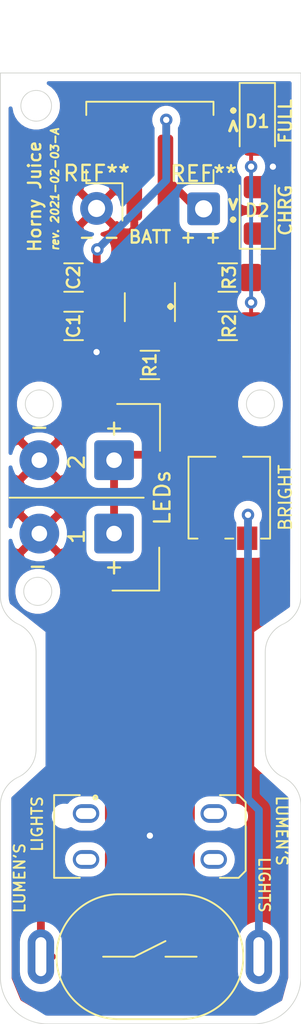
<source format=kicad_pcb>
(kicad_pcb (version 20171130) (host pcbnew "(5.1.6)-1")

  (general
    (thickness 1.6)
    (drawings 45)
    (tracks 77)
    (zones 0)
    (modules 16)
    (nets 28)
  )

  (page A4)
  (layers
    (0 F.Cu signal)
    (31 B.Cu signal)
    (32 B.Adhes user)
    (33 F.Adhes user)
    (34 B.Paste user)
    (35 F.Paste user)
    (36 B.SilkS user)
    (37 F.SilkS user)
    (38 B.Mask user)
    (39 F.Mask user)
    (40 Dwgs.User user)
    (41 Cmts.User user)
    (42 Eco1.User user)
    (43 Eco2.User user)
    (44 Edge.Cuts user)
    (45 Margin user)
    (46 B.CrtYd user)
    (47 F.CrtYd user)
    (48 B.Fab user)
    (49 F.Fab user hide)
  )

  (setup
    (last_trace_width 0.25)
    (user_trace_width 0.5)
    (trace_clearance 0.2)
    (zone_clearance 0.5)
    (zone_45_only no)
    (trace_min 0.2)
    (via_size 0.8)
    (via_drill 0.4)
    (via_min_size 0.4)
    (via_min_drill 0.3)
    (uvia_size 0.3)
    (uvia_drill 0.1)
    (uvias_allowed no)
    (uvia_min_size 0.2)
    (uvia_min_drill 0.1)
    (edge_width 0.05)
    (segment_width 0.2)
    (pcb_text_width 0.3)
    (pcb_text_size 1.5 1.5)
    (mod_edge_width 0.12)
    (mod_text_size 1 1)
    (mod_text_width 0.15)
    (pad_size 2.1 2.1)
    (pad_drill 1.1)
    (pad_to_mask_clearance 0.05)
    (aux_axis_origin 0 0)
    (visible_elements 7FFFFFFF)
    (pcbplotparams
      (layerselection 0x010fc_ffffffff)
      (usegerberextensions false)
      (usegerberattributes true)
      (usegerberadvancedattributes true)
      (creategerberjobfile true)
      (excludeedgelayer true)
      (linewidth 0.100000)
      (plotframeref false)
      (viasonmask false)
      (mode 1)
      (useauxorigin false)
      (hpglpennumber 1)
      (hpglpenspeed 20)
      (hpglpendiameter 15.000000)
      (psnegative false)
      (psa4output false)
      (plotreference true)
      (plotvalue true)
      (plotinvisibletext false)
      (padsonsilk false)
      (subtractmaskfromsilk false)
      (outputformat 1)
      (mirror false)
      (drillshape 0)
      (scaleselection 1)
      (outputdirectory "plot/"))
  )

  (net 0 "")
  (net 1 GND)
  (net 2 +5V)
  (net 3 "Net-(J1-PadS1)")
  (net 4 "Net-(J1-PadB11)")
  (net 5 "Net-(J1-PadB10)")
  (net 6 "Net-(J1-PadB8)")
  (net 7 "Net-(J1-PadB7)")
  (net 8 "Net-(J1-PadB6)")
  (net 9 "Net-(J1-PadB5)")
  (net 10 "Net-(J1-PadB3)")
  (net 11 "Net-(J1-PadB2)")
  (net 12 "Net-(J1-PadA11)")
  (net 13 "Net-(J1-PadA8)")
  (net 14 "Net-(J1-PadA10)")
  (net 15 "Net-(J1-PadA7)")
  (net 16 "Net-(J1-PadA6)")
  (net 17 "Net-(J1-PadA5)")
  (net 18 "Net-(J1-PadA3)")
  (net 19 "Net-(J1-PadA2)")
  (net 20 batt-charge_in)
  (net 21 charge_stat_r_to_led)
  (net 22 charge_stat_to_r)
  (net 23 charge_prog)
  (net 24 "Net-(D2-Pad1)")
  (net 25 sw_r_to_leds)
  (net 26 sw_to_r)
  (net 27 "Net-(RV1-Pad3)")

  (net_class Default "This is the default net class."
    (clearance 0.2)
    (trace_width 0.25)
    (via_dia 0.8)
    (via_drill 0.4)
    (uvia_dia 0.3)
    (uvia_drill 0.1)
    (add_net +5V)
    (add_net GND)
    (add_net "Net-(D2-Pad1)")
    (add_net "Net-(J1-PadA10)")
    (add_net "Net-(J1-PadA11)")
    (add_net "Net-(J1-PadA2)")
    (add_net "Net-(J1-PadA3)")
    (add_net "Net-(J1-PadA5)")
    (add_net "Net-(J1-PadA6)")
    (add_net "Net-(J1-PadA7)")
    (add_net "Net-(J1-PadA8)")
    (add_net "Net-(J1-PadB10)")
    (add_net "Net-(J1-PadB11)")
    (add_net "Net-(J1-PadB2)")
    (add_net "Net-(J1-PadB3)")
    (add_net "Net-(J1-PadB5)")
    (add_net "Net-(J1-PadB6)")
    (add_net "Net-(J1-PadB7)")
    (add_net "Net-(J1-PadB8)")
    (add_net "Net-(J1-PadS1)")
    (add_net "Net-(RV1-Pad3)")
    (add_net batt-charge_in)
    (add_net charge_prog)
    (add_net charge_stat_r_to_led)
    (add_net charge_stat_to_r)
    (add_net sw_r_to_leds)
    (add_net sw_to_r)
  )

  (module Potentiometer_SMD:Potentiometer_Vishay_TS53YL_Vertical (layer F.Cu) (tedit 601C6ECD) (tstamp 601C6F31)
    (at 152.2 66.8 270)
    (descr "Potentiometer, vertical, Vishay TS53YL, https://www.vishay.com/docs/51008/ts53.pdf")
    (tags "Potentiometer vertical Vishay TS53YL")
    (path /600CB2BA)
    (attr smd)
    (fp_text reference RV1 (at -0.175 -3.75 270) (layer F.SilkS) hide
      (effects (font (size 1 1) (thickness 0.15)))
    )
    (fp_text value R_POT (at -0.175 3.75 270) (layer F.Fab)
      (effects (font (size 1 1) (thickness 0.15)))
    )
    (fp_line (start 3.65 -2.75) (end -4 -2.75) (layer F.CrtYd) (width 0.05))
    (fp_line (start 3.65 2.75) (end 3.65 -2.75) (layer F.CrtYd) (width 0.05))
    (fp_line (start -4 2.75) (end 3.65 2.75) (layer F.CrtYd) (width 0.05))
    (fp_line (start -4 -2.75) (end -4 2.75) (layer F.CrtYd) (width 0.05))
    (fp_line (start 2.62 2.04) (end 2.62 2.62) (layer F.SilkS) (width 0.12))
    (fp_line (start 2.62 -0.26) (end 2.62 0.26) (layer F.SilkS) (width 0.12))
    (fp_line (start 2.62 -2.62) (end 2.62 -2.039) (layer F.SilkS) (width 0.12))
    (fp_line (start -2.62 0.89) (end -2.62 2.62) (layer F.SilkS) (width 0.12))
    (fp_line (start -2.62 -2.62) (end -2.62 -0.89) (layer F.SilkS) (width 0.12))
    (fp_line (start -2.62 2.62) (end 2.62 2.62) (layer F.SilkS) (width 0.12))
    (fp_line (start -2.62 -2.62) (end 2.62 -2.62) (layer F.SilkS) (width 0.12))
    (fp_line (start -0.92 0.058) (end -0.92 -0.058) (layer F.Fab) (width 0.1))
    (fp_line (start -0.058 0.058) (end -0.92 0.058) (layer F.Fab) (width 0.1))
    (fp_line (start -0.058 0.92) (end -0.058 0.058) (layer F.Fab) (width 0.1))
    (fp_line (start 0.058 0.92) (end -0.058 0.92) (layer F.Fab) (width 0.1))
    (fp_line (start 0.058 0.058) (end 0.058 0.92) (layer F.Fab) (width 0.1))
    (fp_line (start 0.92 0.058) (end 0.058 0.058) (layer F.Fab) (width 0.1))
    (fp_line (start 0.92 -0.058) (end 0.92 0.058) (layer F.Fab) (width 0.1))
    (fp_line (start 0.058 -0.058) (end 0.92 -0.058) (layer F.Fab) (width 0.1))
    (fp_line (start 0.058 -0.92) (end 0.058 -0.058) (layer F.Fab) (width 0.1))
    (fp_line (start -0.058 -0.92) (end 0.058 -0.92) (layer F.Fab) (width 0.1))
    (fp_line (start -0.058 -0.058) (end -0.058 -0.92) (layer F.Fab) (width 0.1))
    (fp_line (start -0.92 -0.058) (end -0.058 -0.058) (layer F.Fab) (width 0.1))
    (fp_line (start 2.5 -2.5) (end -2.5 -2.5) (layer F.Fab) (width 0.1))
    (fp_line (start 2.5 2.5) (end 2.5 -2.5) (layer F.Fab) (width 0.1))
    (fp_line (start -2.5 2.5) (end 2.5 2.5) (layer F.Fab) (width 0.1))
    (fp_line (start -2.5 -2.5) (end -2.5 2.5) (layer F.Fab) (width 0.1))
    (fp_circle (center 0 0) (end 1.15 0) (layer F.Fab) (width 0.1))
    (fp_text user %R (at 0 -2 270) (layer F.Fab)
      (effects (font (size 0.68 0.68) (thickness 0.15)))
    )
    (pad 3 smd rect (at 2.6 1.15 270) (size 1.5 1.3) (layers F.Cu F.Paste F.Mask)
      (net 27 "Net-(RV1-Pad3)"))
    (pad 2 smd rect (at -2.5 0 270) (size 2 1.3) (layers F.Cu F.Paste F.Mask)
      (net 25 sw_r_to_leds))
    (pad 1 smd rect (at 2.6 -1.15 270) (size 1.5 1.3) (layers F.Cu F.Paste F.Mask)
      (net 26 sw_to_r))
    (model ${KISYS3DMOD}/Potentiometer_SMD.3dshapes/Potentiometer_Vishay_TS53YL_Vertical.wrl
      (at (xyz 0 0 0))
      (scale (xyz 1 1 1))
      (rotate (xyz 0 0 0))
    )
    (model "C:/Users/kyle/Downloads/Poti SMD 5k Bi Technologies 23AR5KLFTR.stp"
      (at (xyz 0 0 0))
      (scale (xyz 1 1 1))
      (rotate (xyz 0 0 -90))
    )
  )

  (module Connector_Wire:SolderWire-0.5sqmm_1x01_D0.9mm_OD2.1mm (layer F.Cu) (tedit 601B5677) (tstamp 601B643E)
    (at 143.675 48.275)
    (descr "Soldered wire connection, for a single 0.5 mm² wire, basic insulation, conductor diameter 0.9mm, outer diameter 2.1mm, size source Multi-Contact FLEXI-E 0.5 (https://ec.staubli.com/AcroFiles/Catalogues/TM_Cab-Main-11014119_(en)_hi.pdf), bend radius 3 times outer diameter, generated with kicad-footprint-generator")
    (tags "connector wire 0.5sqmm")
    (attr virtual)
    (fp_text reference REF** (at 0 -2.25) (layer F.SilkS)
      (effects (font (size 1 1) (thickness 0.15)))
    )
    (fp_text value SolderWire-0.5sqmm_1x01_D0.9mm_OD2.1mm (at 0 2.25) (layer F.Fab)
      (effects (font (size 1 1) (thickness 0.15)))
    )
    (fp_line (start 1.8 -1.55) (end -1.8 -1.55) (layer F.CrtYd) (width 0.05))
    (fp_line (start 1.8 1.55) (end 1.8 -1.55) (layer F.CrtYd) (width 0.05))
    (fp_line (start -1.8 1.55) (end 1.8 1.55) (layer F.CrtYd) (width 0.05))
    (fp_line (start -1.8 -1.55) (end -1.8 1.55) (layer F.CrtYd) (width 0.05))
    (fp_circle (center 0 0) (end 1.05 0) (layer F.Fab) (width 0.1))
    (fp_text user %R (at 0 0) (layer F.Fab)
      (effects (font (size 0.52 0.52) (thickness 0.08)))
    )
    (pad 1 thru_hole circle (at 0 0) (size 2.1 2.1) (drill 1.1) (layers *.Cu *.Mask)
      (net 1 GND))
    (model ${KISYS3DMOD}/Connector_Wire.3dshapes/SolderWire-0.5sqmm_1x01_D0.9mm_OD2.1mm.wrl
      (at (xyz 0 0 0))
      (scale (xyz 1 1 1))
      (rotate (xyz 0 0 0))
    )
  )

  (module Connector_Wire:SolderWire-0.5sqmm_1x01_D0.9mm_OD2.1mm (layer F.Cu) (tedit 601B5682) (tstamp 601B643C)
    (at 150.55 48.3)
    (descr "Soldered wire connection, for a single 0.5 mm² wire, basic insulation, conductor diameter 0.9mm, outer diameter 2.1mm, size source Multi-Contact FLEXI-E 0.5 (https://ec.staubli.com/AcroFiles/Catalogues/TM_Cab-Main-11014119_(en)_hi.pdf), bend radius 3 times outer diameter, generated with kicad-footprint-generator")
    (tags "connector wire 0.5sqmm")
    (attr virtual)
    (fp_text reference REF** (at 0 -2.25) (layer F.SilkS)
      (effects (font (size 1 1) (thickness 0.15)))
    )
    (fp_text value SolderWire-0.5sqmm_1x01_D0.9mm_OD2.1mm (at 0 2.25) (layer F.Fab)
      (effects (font (size 1 1) (thickness 0.15)))
    )
    (fp_line (start 1.8 -1.55) (end -1.8 -1.55) (layer F.CrtYd) (width 0.05))
    (fp_line (start 1.8 1.55) (end 1.8 -1.55) (layer F.CrtYd) (width 0.05))
    (fp_line (start -1.8 1.55) (end 1.8 1.55) (layer F.CrtYd) (width 0.05))
    (fp_line (start -1.8 -1.55) (end -1.8 1.55) (layer F.CrtYd) (width 0.05))
    (fp_circle (center 0 0) (end 1.05 0) (layer F.Fab) (width 0.1))
    (fp_text user %R (at 0 0) (layer F.Fab)
      (effects (font (size 0.52 0.52) (thickness 0.08)))
    )
    (pad 1 thru_hole roundrect (at 0 0) (size 2.1 2.1) (drill 1.1) (layers *.Cu *.Mask) (roundrect_rratio 0.119)
      (net 20 batt-charge_in))
    (model ${KISYS3DMOD}/Connector_Wire.3dshapes/SolderWire-0.5sqmm_1x01_D0.9mm_OD2.1mm.wrl
      (at (xyz 0 0 0))
      (scale (xyz 1 1 1))
      (rotate (xyz 0 0 0))
    )
  )

  (module Resistor_SMD:R_1206_3216Metric_Pad1.42x1.75mm_HandSolder (layer F.Cu) (tedit 5B301BBD) (tstamp 6004CD42)
    (at 152.1 52.7)
    (descr "Resistor SMD 1206 (3216 Metric), square (rectangular) end terminal, IPC_7351 nominal with elongated pad for handsoldering. (Body size source: http://www.tortai-tech.com/upload/download/2011102023233369053.pdf), generated with kicad-footprint-generator")
    (tags "resistor handsolder")
    (path /6004DD5F)
    (attr smd)
    (fp_text reference R3 (at 0.1 0 90) (layer F.SilkS)
      (effects (font (size 0.8 0.8) (thickness 0.15)))
    )
    (fp_text value R_Small (at 0 1.82) (layer F.Fab)
      (effects (font (size 1 1) (thickness 0.15)))
    )
    (fp_line (start 2.45 1.12) (end -2.45 1.12) (layer F.CrtYd) (width 0.05))
    (fp_line (start 2.45 -1.12) (end 2.45 1.12) (layer F.CrtYd) (width 0.05))
    (fp_line (start -2.45 -1.12) (end 2.45 -1.12) (layer F.CrtYd) (width 0.05))
    (fp_line (start -2.45 1.12) (end -2.45 -1.12) (layer F.CrtYd) (width 0.05))
    (fp_line (start -0.602064 0.91) (end 0.602064 0.91) (layer F.SilkS) (width 0.12))
    (fp_line (start -0.602064 -0.91) (end 0.602064 -0.91) (layer F.SilkS) (width 0.12))
    (fp_line (start 1.6 0.8) (end -1.6 0.8) (layer F.Fab) (width 0.1))
    (fp_line (start 1.6 -0.8) (end 1.6 0.8) (layer F.Fab) (width 0.1))
    (fp_line (start -1.6 -0.8) (end 1.6 -0.8) (layer F.Fab) (width 0.1))
    (fp_line (start -1.6 0.8) (end -1.6 -0.8) (layer F.Fab) (width 0.1))
    (fp_text user %R (at 0 0) (layer F.Fab)
      (effects (font (size 0.8 0.8) (thickness 0.12)))
    )
    (pad 2 smd roundrect (at 1.4875 0) (size 1.425 1.75) (layers F.Cu F.Paste F.Mask) (roundrect_rratio 0.175439)
      (net 24 "Net-(D2-Pad1)"))
    (pad 1 smd roundrect (at -1.4875 0) (size 1.425 1.75) (layers F.Cu F.Paste F.Mask) (roundrect_rratio 0.175439)
      (net 22 charge_stat_to_r))
    (model ${KISYS3DMOD}/Resistor_SMD.3dshapes/R_1206_3216Metric.wrl
      (at (xyz 0 0 0))
      (scale (xyz 1 1 1))
      (rotate (xyz 0 0 0))
    )
  )

  (module LED_SMD:LED_1206_3216Metric_Pad1.42x1.75mm_HandSolder (layer F.Cu) (tedit 5B4B45C9) (tstamp 6004BE4E)
    (at 154 48.4 90)
    (descr "LED SMD 1206 (3216 Metric), square (rectangular) end terminal, IPC_7351 nominal, (Body size source: http://www.tortai-tech.com/upload/download/2011102023233369053.pdf), generated with kicad-footprint-generator")
    (tags "LED handsolder")
    (path /6004F79C)
    (attr smd)
    (fp_text reference D2 (at 0 0 180) (layer F.SilkS)
      (effects (font (size 0.8 0.8) (thickness 0.15)))
    )
    (fp_text value LED (at 0 1.82 90) (layer F.Fab)
      (effects (font (size 1 1) (thickness 0.15)))
    )
    (fp_line (start 2.45 1.12) (end -2.45 1.12) (layer F.CrtYd) (width 0.05))
    (fp_line (start 2.45 -1.12) (end 2.45 1.12) (layer F.CrtYd) (width 0.05))
    (fp_line (start -2.45 -1.12) (end 2.45 -1.12) (layer F.CrtYd) (width 0.05))
    (fp_line (start -2.45 1.12) (end -2.45 -1.12) (layer F.CrtYd) (width 0.05))
    (fp_line (start -2.46 1.135) (end 1.6 1.135) (layer F.SilkS) (width 0.12))
    (fp_line (start -2.46 -1.135) (end -2.46 1.135) (layer F.SilkS) (width 0.12))
    (fp_line (start 1.6 -1.135) (end -2.46 -1.135) (layer F.SilkS) (width 0.12))
    (fp_line (start 1.6 0.8) (end 1.6 -0.8) (layer F.Fab) (width 0.1))
    (fp_line (start -1.6 0.8) (end 1.6 0.8) (layer F.Fab) (width 0.1))
    (fp_line (start -1.6 -0.4) (end -1.6 0.8) (layer F.Fab) (width 0.1))
    (fp_line (start -1.2 -0.8) (end -1.6 -0.4) (layer F.Fab) (width 0.1))
    (fp_line (start 1.6 -0.8) (end -1.2 -0.8) (layer F.Fab) (width 0.1))
    (fp_text user %R (at 0 0 90) (layer F.Fab)
      (effects (font (size 0.8 0.8) (thickness 0.12)))
    )
    (pad 2 smd roundrect (at 1.4875 0 90) (size 1.425 1.75) (layers F.Cu F.Paste F.Mask) (roundrect_rratio 0.175439)
      (net 2 +5V))
    (pad 1 smd roundrect (at -1.4875 0 90) (size 1.425 1.75) (layers F.Cu F.Paste F.Mask) (roundrect_rratio 0.175439)
      (net 24 "Net-(D2-Pad1)"))
    (model ${KISYS3DMOD}/LED_SMD.3dshapes/LED_1206_3216Metric.wrl
      (at (xyz 0 0 0))
      (scale (xyz 1 1 1))
      (rotate (xyz 0 0 0))
    )
  )

  (module LED_SMD:LED_1206_3216Metric_Pad1.42x1.75mm_HandSolder (layer F.Cu) (tedit 5B4B45C9) (tstamp 5FF72D97)
    (at 154 42.7 270)
    (descr "LED SMD 1206 (3216 Metric), square (rectangular) end terminal, IPC_7351 nominal, (Body size source: http://www.tortai-tech.com/upload/download/2011102023233369053.pdf), generated with kicad-footprint-generator")
    (tags "LED handsolder")
    (path /5FF84C6B)
    (attr smd)
    (fp_text reference D1 (at 0 0) (layer F.SilkS)
      (effects (font (size 0.8 0.8) (thickness 0.15)))
    )
    (fp_text value LED (at 0 1.82 90) (layer F.Fab)
      (effects (font (size 1 1) (thickness 0.15)))
    )
    (fp_line (start 2.45 1.12) (end -2.45 1.12) (layer F.CrtYd) (width 0.05))
    (fp_line (start 2.45 -1.12) (end 2.45 1.12) (layer F.CrtYd) (width 0.05))
    (fp_line (start -2.45 -1.12) (end 2.45 -1.12) (layer F.CrtYd) (width 0.05))
    (fp_line (start -2.45 1.12) (end -2.45 -1.12) (layer F.CrtYd) (width 0.05))
    (fp_line (start -2.46 1.135) (end 1.6 1.135) (layer F.SilkS) (width 0.12))
    (fp_line (start -2.46 -1.135) (end -2.46 1.135) (layer F.SilkS) (width 0.12))
    (fp_line (start 1.6 -1.135) (end -2.46 -1.135) (layer F.SilkS) (width 0.12))
    (fp_line (start 1.6 0.8) (end 1.6 -0.8) (layer F.Fab) (width 0.1))
    (fp_line (start -1.6 0.8) (end 1.6 0.8) (layer F.Fab) (width 0.1))
    (fp_line (start -1.6 -0.4) (end -1.6 0.8) (layer F.Fab) (width 0.1))
    (fp_line (start -1.2 -0.8) (end -1.6 -0.4) (layer F.Fab) (width 0.1))
    (fp_line (start 1.6 -0.8) (end -1.2 -0.8) (layer F.Fab) (width 0.1))
    (fp_text user %R (at 0 0 90) (layer F.Fab)
      (effects (font (size 0.8 0.8) (thickness 0.12)))
    )
    (pad 2 smd roundrect (at 1.4875 0 270) (size 1.425 1.75) (layers F.Cu F.Paste F.Mask) (roundrect_rratio 0.175439)
      (net 21 charge_stat_r_to_led))
    (pad 1 smd roundrect (at -1.4875 0 270) (size 1.425 1.75) (layers F.Cu F.Paste F.Mask) (roundrect_rratio 0.175439)
      (net 1 GND))
    (model ${KISYS3DMOD}/LED_SMD.3dshapes/LED_1206_3216Metric.wrl
      (at (xyz 0 0 0))
      (scale (xyz 1 1 1))
      (rotate (xyz 0 0 0))
    )
  )

  (module Package_TO_SOT_SMD:SOT-23-5 (layer F.Cu) (tedit 5A02FF57) (tstamp 5FF72E58)
    (at 147.1 54.6 270)
    (descr "5-pin SOT23 package")
    (tags SOT-23-5)
    (path /5FF758B5)
    (attr smd)
    (fp_text reference U1 (at -2.5 0 180) (layer F.SilkS) hide
      (effects (font (size 0.8 0.8) (thickness 0.15)))
    )
    (fp_text value MCP73831-2-OT (at 0 2.9 90) (layer F.Fab)
      (effects (font (size 1 1) (thickness 0.15)))
    )
    (fp_line (start -0.9 1.61) (end 0.9 1.61) (layer F.SilkS) (width 0.12))
    (fp_line (start 0.9 -1.61) (end -1.55 -1.61) (layer F.SilkS) (width 0.12))
    (fp_line (start -1.9 -1.8) (end 1.9 -1.8) (layer F.CrtYd) (width 0.05))
    (fp_line (start 1.9 -1.8) (end 1.9 1.8) (layer F.CrtYd) (width 0.05))
    (fp_line (start 1.9 1.8) (end -1.9 1.8) (layer F.CrtYd) (width 0.05))
    (fp_line (start -1.9 1.8) (end -1.9 -1.8) (layer F.CrtYd) (width 0.05))
    (fp_line (start -0.9 -0.9) (end -0.25 -1.55) (layer F.Fab) (width 0.1))
    (fp_line (start 0.9 -1.55) (end -0.25 -1.55) (layer F.Fab) (width 0.1))
    (fp_line (start -0.9 -0.9) (end -0.9 1.55) (layer F.Fab) (width 0.1))
    (fp_line (start 0.9 1.55) (end -0.9 1.55) (layer F.Fab) (width 0.1))
    (fp_line (start 0.9 -1.55) (end 0.9 1.55) (layer F.Fab) (width 0.1))
    (fp_text user %R (at 0 0) (layer F.Fab)
      (effects (font (size 0.5 0.5) (thickness 0.075)))
    )
    (pad 5 smd rect (at 1.1 -0.95 270) (size 1.06 0.65) (layers F.Cu F.Paste F.Mask)
      (net 23 charge_prog))
    (pad 4 smd rect (at 1.1 0.95 270) (size 1.06 0.65) (layers F.Cu F.Paste F.Mask)
      (net 2 +5V))
    (pad 3 smd rect (at -1.1 0.95 270) (size 1.06 0.65) (layers F.Cu F.Paste F.Mask)
      (net 20 batt-charge_in))
    (pad 2 smd rect (at -1.1 0 270) (size 1.06 0.65) (layers F.Cu F.Paste F.Mask)
      (net 1 GND))
    (pad 1 smd rect (at -1.1 -0.95 270) (size 1.06 0.65) (layers F.Cu F.Paste F.Mask)
      (net 22 charge_stat_to_r))
    (model ${KISYS3DMOD}/Package_TO_SOT_SMD.3dshapes/SOT-23-5.wrl
      (at (xyz 0 0 0))
      (scale (xyz 1 1 1))
      (rotate (xyz 0 0 0))
    )
  )

  (module Resistor_SMD:R_1206_3216Metric_Pad1.42x1.75mm_HandSolder (layer F.Cu) (tedit 5B301BBD) (tstamp 5FF72E29)
    (at 152.1 55.8)
    (descr "Resistor SMD 1206 (3216 Metric), square (rectangular) end terminal, IPC_7351 nominal with elongated pad for handsoldering. (Body size source: http://www.tortai-tech.com/upload/download/2011102023233369053.pdf), generated with kicad-footprint-generator")
    (tags "resistor handsolder")
    (path /5FF83686)
    (attr smd)
    (fp_text reference R2 (at 0.1 0 90) (layer F.SilkS)
      (effects (font (size 0.8 0.8) (thickness 0.15)))
    )
    (fp_text value R_Small (at 0 1.82) (layer F.Fab)
      (effects (font (size 1 1) (thickness 0.15)))
    )
    (fp_line (start -1.6 0.8) (end -1.6 -0.8) (layer F.Fab) (width 0.1))
    (fp_line (start -1.6 -0.8) (end 1.6 -0.8) (layer F.Fab) (width 0.1))
    (fp_line (start 1.6 -0.8) (end 1.6 0.8) (layer F.Fab) (width 0.1))
    (fp_line (start 1.6 0.8) (end -1.6 0.8) (layer F.Fab) (width 0.1))
    (fp_line (start -0.602064 -0.91) (end 0.602064 -0.91) (layer F.SilkS) (width 0.12))
    (fp_line (start -0.602064 0.91) (end 0.602064 0.91) (layer F.SilkS) (width 0.12))
    (fp_line (start -2.45 1.12) (end -2.45 -1.12) (layer F.CrtYd) (width 0.05))
    (fp_line (start -2.45 -1.12) (end 2.45 -1.12) (layer F.CrtYd) (width 0.05))
    (fp_line (start 2.45 -1.12) (end 2.45 1.12) (layer F.CrtYd) (width 0.05))
    (fp_line (start 2.45 1.12) (end -2.45 1.12) (layer F.CrtYd) (width 0.05))
    (fp_text user %R (at 0 0) (layer F.Fab)
      (effects (font (size 0.8 0.8) (thickness 0.12)))
    )
    (pad 2 smd roundrect (at 1.4875 0) (size 1.425 1.75) (layers F.Cu F.Paste F.Mask) (roundrect_rratio 0.175439)
      (net 21 charge_stat_r_to_led))
    (pad 1 smd roundrect (at -1.4875 0) (size 1.425 1.75) (layers F.Cu F.Paste F.Mask) (roundrect_rratio 0.175439)
      (net 22 charge_stat_to_r))
    (model ${KISYS3DMOD}/Resistor_SMD.3dshapes/R_1206_3216Metric.wrl
      (at (xyz 0 0 0))
      (scale (xyz 1 1 1))
      (rotate (xyz 0 0 0))
    )
  )

  (module Resistor_SMD:R_1206_3216Metric_Pad1.42x1.75mm_HandSolder (layer F.Cu) (tedit 601B482F) (tstamp 6004C6EF)
    (at 147.1 58.3)
    (descr "Resistor SMD 1206 (3216 Metric), square (rectangular) end terminal, IPC_7351 nominal with elongated pad for handsoldering. (Body size source: http://www.tortai-tech.com/upload/download/2011102023233369053.pdf), generated with kicad-footprint-generator")
    (tags "resistor handsolder")
    (path /5FF806D3)
    (attr smd)
    (fp_text reference R1 (at 0 0 270) (layer F.SilkS)
      (effects (font (size 0.8 0.8) (thickness 0.15)))
    )
    (fp_text value R_Small (at 0 1.82) (layer F.Fab)
      (effects (font (size 1 1) (thickness 0.15)))
    )
    (fp_line (start -1.6 0.8) (end -1.6 -0.8) (layer F.Fab) (width 0.1))
    (fp_line (start -1.6 -0.8) (end 1.6 -0.8) (layer F.Fab) (width 0.1))
    (fp_line (start 1.6 -0.8) (end 1.6 0.8) (layer F.Fab) (width 0.1))
    (fp_line (start 1.6 0.8) (end -1.6 0.8) (layer F.Fab) (width 0.1))
    (fp_line (start -0.602064 -0.91) (end 0.602064 -0.91) (layer F.SilkS) (width 0.12))
    (fp_line (start -0.602064 0.91) (end 0.602064 0.91) (layer F.SilkS) (width 0.12))
    (fp_line (start -2.45 1.12) (end -2.45 -1.12) (layer F.CrtYd) (width 0.05))
    (fp_line (start -2.45 -1.12) (end 2.45 -1.12) (layer F.CrtYd) (width 0.05))
    (fp_line (start 2.45 -1.12) (end 2.45 1.12) (layer F.CrtYd) (width 0.05))
    (fp_line (start 2.45 1.12) (end -2.45 1.12) (layer F.CrtYd) (width 0.05))
    (fp_text user %R (at 0 0) (layer F.Fab)
      (effects (font (size 0.8 0.8) (thickness 0.12)))
    )
    (pad 2 smd roundrect (at 1.4875 0) (size 1.425 1.75) (layers F.Cu F.Paste F.Mask) (roundrect_rratio 0.175439)
      (net 23 charge_prog))
    (pad 1 smd roundrect (at -1.4875 0) (size 1.425 1.75) (layers F.Cu F.Paste F.Mask) (roundrect_rratio 0.175)
      (net 1 GND))
    (model ${KISYS3DMOD}/Resistor_SMD.3dshapes/R_1206_3216Metric.wrl
      (at (xyz 0 0 0))
      (scale (xyz 1 1 1))
      (rotate (xyz 0 0 0))
    )
  )

  (module Capacitor_SMD:C_1206_3216Metric_Pad1.42x1.75mm_HandSolder (layer F.Cu) (tedit 5B301BBE) (tstamp 60045621)
    (at 142.2 52.7 180)
    (descr "Capacitor SMD 1206 (3216 Metric), square (rectangular) end terminal, IPC_7351 nominal with elongated pad for handsoldering. (Body size source: http://www.tortai-tech.com/upload/download/2011102023233369053.pdf), generated with kicad-footprint-generator")
    (tags "capacitor handsolder")
    (path /5FF868E4)
    (attr smd)
    (fp_text reference C2 (at 0 0 270) (layer F.SilkS)
      (effects (font (size 0.8 0.8) (thickness 0.15)))
    )
    (fp_text value C (at 0 1.82) (layer F.Fab)
      (effects (font (size 1 1) (thickness 0.15)))
    )
    (fp_line (start -1.6 0.8) (end -1.6 -0.8) (layer F.Fab) (width 0.1))
    (fp_line (start -1.6 -0.8) (end 1.6 -0.8) (layer F.Fab) (width 0.1))
    (fp_line (start 1.6 -0.8) (end 1.6 0.8) (layer F.Fab) (width 0.1))
    (fp_line (start 1.6 0.8) (end -1.6 0.8) (layer F.Fab) (width 0.1))
    (fp_line (start -0.602064 -0.91) (end 0.602064 -0.91) (layer F.SilkS) (width 0.12))
    (fp_line (start -0.602064 0.91) (end 0.602064 0.91) (layer F.SilkS) (width 0.12))
    (fp_line (start -2.45 1.12) (end -2.45 -1.12) (layer F.CrtYd) (width 0.05))
    (fp_line (start -2.45 -1.12) (end 2.45 -1.12) (layer F.CrtYd) (width 0.05))
    (fp_line (start 2.45 -1.12) (end 2.45 1.12) (layer F.CrtYd) (width 0.05))
    (fp_line (start 2.45 1.12) (end -2.45 1.12) (layer F.CrtYd) (width 0.05))
    (fp_text user %R (at 0 0) (layer F.Fab)
      (effects (font (size 0.8 0.8) (thickness 0.12)))
    )
    (pad 2 smd roundrect (at 1.4875 0 180) (size 1.425 1.75) (layers F.Cu F.Paste F.Mask) (roundrect_rratio 0.175439)
      (net 1 GND))
    (pad 1 smd roundrect (at -1.4875 0 180) (size 1.425 1.75) (layers F.Cu F.Paste F.Mask) (roundrect_rratio 0.175439)
      (net 20 batt-charge_in))
    (model ${KISYS3DMOD}/Capacitor_SMD.3dshapes/C_1206_3216Metric.wrl
      (at (xyz 0 0 0))
      (scale (xyz 1 1 1))
      (rotate (xyz 0 0 0))
    )
  )

  (module Capacitor_SMD:C_1206_3216Metric_Pad1.42x1.75mm_HandSolder (layer F.Cu) (tedit 5B301BBE) (tstamp 5FF72FC1)
    (at 142.2 55.8)
    (descr "Capacitor SMD 1206 (3216 Metric), square (rectangular) end terminal, IPC_7351 nominal with elongated pad for handsoldering. (Body size source: http://www.tortai-tech.com/upload/download/2011102023233369053.pdf), generated with kicad-footprint-generator")
    (tags "capacitor handsolder")
    (path /5FF87B58)
    (attr smd)
    (fp_text reference C1 (at 0 0 90) (layer F.SilkS)
      (effects (font (size 0.8 0.8) (thickness 0.15)))
    )
    (fp_text value C (at 0 1.82) (layer F.Fab)
      (effects (font (size 1 1) (thickness 0.15)))
    )
    (fp_line (start -1.6 0.8) (end -1.6 -0.8) (layer F.Fab) (width 0.1))
    (fp_line (start -1.6 -0.8) (end 1.6 -0.8) (layer F.Fab) (width 0.1))
    (fp_line (start 1.6 -0.8) (end 1.6 0.8) (layer F.Fab) (width 0.1))
    (fp_line (start 1.6 0.8) (end -1.6 0.8) (layer F.Fab) (width 0.1))
    (fp_line (start -0.602064 -0.91) (end 0.602064 -0.91) (layer F.SilkS) (width 0.12))
    (fp_line (start -0.602064 0.91) (end 0.602064 0.91) (layer F.SilkS) (width 0.12))
    (fp_line (start -2.45 1.12) (end -2.45 -1.12) (layer F.CrtYd) (width 0.05))
    (fp_line (start -2.45 -1.12) (end 2.45 -1.12) (layer F.CrtYd) (width 0.05))
    (fp_line (start 2.45 -1.12) (end 2.45 1.12) (layer F.CrtYd) (width 0.05))
    (fp_line (start 2.45 1.12) (end -2.45 1.12) (layer F.CrtYd) (width 0.05))
    (fp_text user %R (at 0 0) (layer F.Fab)
      (effects (font (size 0.8 0.8) (thickness 0.12)))
    )
    (pad 2 smd roundrect (at 1.4875 0) (size 1.425 1.75) (layers F.Cu F.Paste F.Mask) (roundrect_rratio 0.175439)
      (net 2 +5V))
    (pad 1 smd roundrect (at -1.4875 0) (size 1.425 1.75) (layers F.Cu F.Paste F.Mask) (roundrect_rratio 0.175439)
      (net 1 GND))
    (model ${KISYS3DMOD}/Capacitor_SMD.3dshapes/C_1206_3216Metric.wrl
      (at (xyz 0 0 0))
      (scale (xyz 1 1 1))
      (rotate (xyz 0 0 0))
    )
  )

  (module Connector_Wire:SolderWire-0.75sqmm_1x02_P4.8mm_D1.25mm_OD2.3mm (layer F.Cu) (tedit 601B48F4) (tstamp 600CB3BA)
    (at 144.8 64.4 180)
    (descr "Soldered wire connection, for 2 times 0.75 mm² wires, basic insulation, conductor diameter 1.25mm, outer diameter 2.3mm, size source Multi-Contact FLEXI-E 0.75 (https://ec.staubli.com/AcroFiles/Catalogues/TM_Cab-Main-11014119_(en)_hi.pdf), bend radius 3 times outer diameter, generated with kicad-footprint-generator")
    (tags "connector wire 0.75sqmm")
    (attr virtual)
    (fp_text reference REF** (at 2.4 -2.47) (layer F.SilkS) hide
      (effects (font (size 1 1) (thickness 0.15)))
    )
    (fp_text value SolderWire-0.75sqmm_1x02_P4.8mm_D1.25mm_OD2.3mm (at 2.4 2.47) (layer F.Fab)
      (effects (font (size 1 1) (thickness 0.15)))
    )
    (fp_circle (center 0 0) (end 1.15 0) (layer F.Fab) (width 0.1))
    (fp_circle (center 4.8 0) (end 5.95 0) (layer F.Fab) (width 0.1))
    (fp_line (start -1.9 -1.78) (end -1.9 1.78) (layer F.CrtYd) (width 0.05))
    (fp_line (start -1.9 1.78) (end 1.9 1.78) (layer F.CrtYd) (width 0.05))
    (fp_line (start 1.9 1.78) (end 1.9 -1.78) (layer F.CrtYd) (width 0.05))
    (fp_line (start 1.9 -1.78) (end -1.9 -1.78) (layer F.CrtYd) (width 0.05))
    (fp_line (start 2.9 -1.78) (end 2.9 1.78) (layer F.CrtYd) (width 0.05))
    (fp_line (start 2.9 1.78) (end 6.7 1.78) (layer F.CrtYd) (width 0.05))
    (fp_line (start 6.7 1.78) (end 6.7 -1.78) (layer F.CrtYd) (width 0.05))
    (fp_line (start 6.7 -1.78) (end 2.9 -1.78) (layer F.CrtYd) (width 0.05))
    (fp_text user %R (at 2.4 0 90) (layer F.Fab)
      (effects (font (size 0.89 0.89) (thickness 0.13)))
    )
    (pad 1 thru_hole roundrect (at 0 0 180) (size 2.55 2.55) (drill 1) (layers *.Cu *.Mask) (roundrect_rratio 0.098)
      (net 25 sw_r_to_leds))
    (pad 2 thru_hole circle (at 4.8 0 180) (size 2.55 2.55) (drill 1) (layers *.Cu *.Mask)
      (net 1 GND))
    (model ${KISYS3DMOD}/Connector_Wire.3dshapes/SolderWire-0.75sqmm_1x02_P4.8mm_D1.25mm_OD2.3mm.wrl
      (at (xyz 0 0 0))
      (scale (xyz 1 1 1))
      (rotate (xyz 0 0 0))
    )
  )

  (module Connector_Wire:SolderWire-0.75sqmm_1x02_P4.8mm_D1.25mm_OD2.3mm (layer F.Cu) (tedit 601B48FE) (tstamp 6004522E)
    (at 144.8 69.1 180)
    (descr "Soldered wire connection, for 2 times 0.75 mm² wires, basic insulation, conductor diameter 1.25mm, outer diameter 2.3mm, size source Multi-Contact FLEXI-E 0.75 (https://ec.staubli.com/AcroFiles/Catalogues/TM_Cab-Main-11014119_(en)_hi.pdf), bend radius 3 times outer diameter, generated with kicad-footprint-generator")
    (tags "connector wire 0.75sqmm")
    (attr virtual)
    (fp_text reference REF** (at 2.4 -2.47) (layer F.SilkS) hide
      (effects (font (size 1 1) (thickness 0.15)))
    )
    (fp_text value SolderWire-0.75sqmm_1x02_P4.8mm_D1.25mm_OD2.3mm (at 2.4 2.47) (layer F.Fab)
      (effects (font (size 1 1) (thickness 0.15)))
    )
    (fp_circle (center 0 0) (end 1.15 0) (layer F.Fab) (width 0.1))
    (fp_circle (center 4.8 0) (end 5.95 0) (layer F.Fab) (width 0.1))
    (fp_line (start -1.9 -1.78) (end -1.9 1.78) (layer F.CrtYd) (width 0.05))
    (fp_line (start -1.9 1.78) (end 1.9 1.78) (layer F.CrtYd) (width 0.05))
    (fp_line (start 1.9 1.78) (end 1.9 -1.78) (layer F.CrtYd) (width 0.05))
    (fp_line (start 1.9 -1.78) (end -1.9 -1.78) (layer F.CrtYd) (width 0.05))
    (fp_line (start 2.9 -1.78) (end 2.9 1.78) (layer F.CrtYd) (width 0.05))
    (fp_line (start 2.9 1.78) (end 6.7 1.78) (layer F.CrtYd) (width 0.05))
    (fp_line (start 6.7 1.78) (end 6.7 -1.78) (layer F.CrtYd) (width 0.05))
    (fp_line (start 6.7 -1.78) (end 2.9 -1.78) (layer F.CrtYd) (width 0.05))
    (fp_text user %R (at 2.4 0 90) (layer F.Fab)
      (effects (font (size 0.89 0.89) (thickness 0.13)))
    )
    (pad 2 thru_hole circle (at 4.8 0 180) (size 2.55 2.55) (drill 1) (layers *.Cu *.Mask)
      (net 1 GND))
    (pad 1 thru_hole roundrect (at 0 0 180) (size 2.55 2.55) (drill 1) (layers *.Cu *.Mask) (roundrect_rratio 0.098)
      (net 25 sw_r_to_leds))
    (model ${KISYS3DMOD}/Connector_Wire.3dshapes/SolderWire-0.75sqmm_1x02_P4.8mm_D1.25mm_OD2.3mm.wrl
      (at (xyz 0 0 0))
      (scale (xyz 1 1 1))
      (rotate (xyz 0 0 0))
    )
  )

  (module horny_charger:MXUTEUK_SelfLock_OnOff_Button_Switch (layer F.Cu) (tedit 5FF66786) (tstamp 5FF6E0C1)
    (at 147.1 89.2)
    (path /5FF6968C)
    (fp_text reference SW1 (at 0 0.5) (layer F.SilkS) hide
      (effects (font (size 1 1) (thickness 0.15)))
    )
    (fp_text value SW_DPST_x2 (at 0 -0.5) (layer F.Fab)
      (effects (font (size 1 1) (thickness 0.15)))
    )
    (fp_line (start 0 3) (end 2 3) (layer F.SilkS) (width 0.12))
    (fp_line (start 2 11) (end -2 11) (layer F.SilkS) (width 0.12))
    (fp_line (start -2 3) (end 0 3) (layer F.SilkS) (width 0.12))
    (fp_line (start -3 7) (end -1 7) (layer F.SilkS) (width 0.12))
    (fp_line (start -1 7) (end 1 6) (layer F.SilkS) (width 0.12))
    (fp_line (start 1 7) (end 3 7) (layer F.SilkS) (width 0.12))
    (fp_arc (start -2 7) (end -2 3) (angle -180) (layer F.SilkS) (width 0.12))
    (fp_arc (start 2 7) (end 2 11) (angle -180) (layer F.SilkS) (width 0.12))
    (pad 1 thru_hole oval (at -7 7) (size 1.7 3.5) (drill oval 0.7 2.5) (layers *.Cu *.Mask)
      (net 20 batt-charge_in))
    (pad 2 thru_hole oval (at 7 7) (size 1.7 3.5) (drill oval 0.7 2.5) (layers *.Cu *.Mask)
      (net 26 sw_to_r))
    (model "C:/Users/kyle/Downloads/AnyConv.com__mxuteuk switch.wrl"
      (offset (xyz 0 9.699999999999999 0))
      (scale (xyz 0.4 0.4 0.4))
      (rotate (xyz 0 0 0))
    )
  )

  (module Connector_USB:USB_C_Receptacle_JAE_DX07S024WJ3R400 (layer F.Cu) (tedit 601B486A) (tstamp 5FF6E0B3)
    (at 147.1 88.5)
    (descr "USB TYPE C, VERT RCPT PCB, SMT, http://www.jae.com/z-en/pdf_download_exec.cfm?param=SJ117928.pdf")
    (tags "USB C Type-C Receptacle SMD")
    (path /5FF64A21)
    (attr smd)
    (fp_text reference J1 (at -4.05 -3.45) (layer F.SilkS) hide
      (effects (font (size 1 1) (thickness 0.15)))
    )
    (fp_text value USB_C_Receptacle (at 0 4) (layer F.Fab)
      (effects (font (size 1 1) (thickness 0.15)))
    )
    (fp_line (start -6.5 3) (end -6.5 -3) (layer F.CrtYd) (width 0.05))
    (fp_line (start 6.5 3) (end -6.5 3) (layer F.CrtYd) (width 0.05))
    (fp_line (start 6.5 -3) (end 6.5 3) (layer F.CrtYd) (width 0.05))
    (fp_line (start -6.5 -3) (end 6.5 -3) (layer F.CrtYd) (width 0.05))
    (fp_line (start 6 2.15) (end 6 -2.15) (layer F.Fab) (width 0.1))
    (fp_line (start -6 2.5) (end 5.65 2.5) (layer F.Fab) (width 0.1))
    (fp_line (start -6.15 -2.65) (end -6.15 2.65) (layer F.SilkS) (width 0.12))
    (fp_line (start -6.15 -2.65) (end -4.5 -2.65) (layer F.SilkS) (width 0.12))
    (fp_line (start -6 -2.5) (end -3.05 -2.5) (layer F.Fab) (width 0.1))
    (fp_line (start -6 2.5) (end -6 -2.5) (layer F.Fab) (width 0.1))
    (fp_line (start -6.15 2.65) (end -4.5 2.65) (layer F.SilkS) (width 0.12))
    (fp_line (start 6.15 -2.2) (end 6.15 2.2) (layer F.SilkS) (width 0.12))
    (fp_line (start 4.5 -2.65) (end 5.7 -2.65) (layer F.SilkS) (width 0.12))
    (fp_line (start 4.5 2.65) (end 5.7 2.65) (layer F.SilkS) (width 0.12))
    (fp_line (start 5.7 -2.65) (end 6.15 -2.2) (layer F.SilkS) (width 0.12))
    (fp_line (start 5.7 2.65) (end 6.15 2.2) (layer F.SilkS) (width 0.12))
    (fp_circle (center -3.5 -2.5) (end -3.388197 -2.5) (layer F.SilkS) (width 0.15))
    (fp_line (start 5.65 -2.5) (end 6 -2.15) (layer F.Fab) (width 0.1))
    (fp_line (start 5.65 2.5) (end 6 2.15) (layer F.Fab) (width 0.1))
    (fp_line (start -3.05 -2.5) (end -2.75 -2.2) (layer F.Fab) (width 0.1))
    (fp_line (start -2.75 -2.2) (end -2.45 -2.5) (layer F.Fab) (width 0.1))
    (fp_line (start 5.65 -2.5) (end -2.45 -2.5) (layer F.Fab) (width 0.1))
    (fp_text user %R (at 0 0) (layer F.Fab)
      (effects (font (size 1 1) (thickness 0.1)))
    )
    (pad "" np_thru_hole circle (at 5.5 -1.3) (size 0.6 0.6) (drill 0.6) (layers *.Cu *.Mask))
    (pad S1 thru_hole oval (at 4.1 1.47 90) (size 1.2 1.7) (drill oval 0.7 1.3) (layers *.Cu *.Mask)
      (net 3 "Net-(J1-PadS1)"))
    (pad S1 thru_hole oval (at 4.1 -1.47 90) (size 1.2 1.7) (drill oval 0.7 1.3) (layers *.Cu *.Mask)
      (net 3 "Net-(J1-PadS1)"))
    (pad S1 thru_hole oval (at -4.1 1.47 90) (size 1.2 1.7) (drill oval 0.7 1.3) (layers *.Cu *.Mask)
      (net 3 "Net-(J1-PadS1)"))
    (pad B12 smd rect (at -2.75 1.75) (size 0.27 1.3) (layers F.Cu F.Paste F.Mask)
      (net 1 GND))
    (pad B11 smd rect (at -2.25 1.75) (size 0.27 1.3) (layers F.Cu F.Paste F.Mask)
      (net 4 "Net-(J1-PadB11)"))
    (pad B10 smd rect (at -1.75 1.75) (size 0.27 1.3) (layers F.Cu F.Paste F.Mask)
      (net 5 "Net-(J1-PadB10)"))
    (pad B9 smd rect (at -1.25 1.75) (size 0.27 1.3) (layers F.Cu F.Paste F.Mask)
      (net 2 +5V))
    (pad B8 smd rect (at -0.75 1.75) (size 0.27 1.3) (layers F.Cu F.Paste F.Mask)
      (net 6 "Net-(J1-PadB8)"))
    (pad B7 smd rect (at -0.25 1.75) (size 0.27 1.3) (layers F.Cu F.Paste F.Mask)
      (net 7 "Net-(J1-PadB7)"))
    (pad B6 smd rect (at 0.25 1.75) (size 0.27 1.3) (layers F.Cu F.Paste F.Mask)
      (net 8 "Net-(J1-PadB6)"))
    (pad B5 smd rect (at 0.75 1.75) (size 0.27 1.3) (layers F.Cu F.Paste F.Mask)
      (net 9 "Net-(J1-PadB5)"))
    (pad B4 smd rect (at 1.25 1.75) (size 0.27 1.3) (layers F.Cu F.Paste F.Mask)
      (net 2 +5V))
    (pad B3 smd rect (at 1.75 1.75) (size 0.27 1.3) (layers F.Cu F.Paste F.Mask)
      (net 10 "Net-(J1-PadB3)"))
    (pad B2 smd rect (at 2.25 1.75) (size 0.27 1.3) (layers F.Cu F.Paste F.Mask)
      (net 11 "Net-(J1-PadB2)"))
    (pad "" np_thru_hole circle (at -5.5 -1.3) (size 0.6 0.6) (drill 0.6) (layers *.Cu *.Mask))
    (pad B1 smd rect (at 2.75 1.75) (size 0.27 1.3) (layers F.Cu F.Paste F.Mask)
      (net 1 GND))
    (pad A11 smd rect (at 2.25 -1.75) (size 0.27 1.3) (layers F.Cu F.Paste F.Mask)
      (net 12 "Net-(J1-PadA11)"))
    (pad A8 smd rect (at 0.75 -1.75) (size 0.27 1.3) (layers F.Cu F.Paste F.Mask)
      (net 13 "Net-(J1-PadA8)"))
    (pad A9 smd rect (at 1.25 -1.75) (size 0.27 1.3) (layers F.Cu F.Paste F.Mask)
      (net 2 +5V))
    (pad A10 smd rect (at 1.75 -1.75) (size 0.27 1.3) (layers F.Cu F.Paste F.Mask)
      (net 14 "Net-(J1-PadA10)"))
    (pad A12 smd rect (at 2.75 -1.75) (size 0.27 1.3) (layers F.Cu F.Paste F.Mask)
      (net 1 GND))
    (pad A7 smd rect (at 0.25 -1.75) (size 0.27 1.3) (layers F.Cu F.Paste F.Mask)
      (net 15 "Net-(J1-PadA7)"))
    (pad A6 smd rect (at -0.25 -1.75) (size 0.27 1.3) (layers F.Cu F.Paste F.Mask)
      (net 16 "Net-(J1-PadA6)"))
    (pad A5 smd rect (at -0.75 -1.75) (size 0.27 1.3) (layers F.Cu F.Paste F.Mask)
      (net 17 "Net-(J1-PadA5)"))
    (pad A4 smd rect (at -1.25 -1.75) (size 0.27 1.3) (layers F.Cu F.Paste F.Mask)
      (net 2 +5V))
    (pad A3 smd rect (at -1.75 -1.75) (size 0.27 1.3) (layers F.Cu F.Paste F.Mask)
      (net 18 "Net-(J1-PadA3)"))
    (pad A2 smd rect (at -2.25 -1.75) (size 0.27 1.3) (layers F.Cu F.Paste F.Mask)
      (net 19 "Net-(J1-PadA2)"))
    (pad A1 smd rect (at -2.75 -1.75) (size 0.27 1.3) (layers F.Cu F.Paste F.Mask)
      (net 1 GND))
    (pad S1 thru_hole oval (at -4.1 -1.47 90) (size 1.2 1.7) (drill oval 0.7 1.3) (layers *.Cu *.Mask)
      (net 3 "Net-(J1-PadS1)"))
    (model ${KISYS3DMOD}/Connector_USB.3dshapes/USB_C_Receptacle_JAE_DX07S024WJ3R400.wrl
      (at (xyz 0 0 0))
      (scale (xyz 1 1 1))
      (rotate (xyz 0 0 0))
    )
    (model C:/Users/kyle/Downloads/DX07S024WJ3R400--3DModel-STEP-56544.STEP
      (at (xyz 0 0 0))
      (scale (xyz 1 1 1))
      (rotate (xyz -90 0 0))
    )
  )

  (module Connector_JST:JST_PH_B2B-PH-SM4-TB_1x02-1MP_P2.00mm_Vertical (layer F.Cu) (tedit 601B47BE) (tstamp 60045009)
    (at 147.1 45.8)
    (descr "JST PH series connector, B2B-PH-SM4-TB (http://www.jst-mfg.com/product/pdf/eng/ePH.pdf), generated with kicad-footprint-generator")
    (tags "connector JST PH side entry")
    (path /5FF67968)
    (attr smd)
    (fp_text reference BT1 (at 0 -5.45) (layer F.SilkS) hide
      (effects (font (size 1 1) (thickness 0.15)))
    )
    (fp_text value Battery (at 0 4.45) (layer F.Fab)
      (effects (font (size 1 1) (thickness 0.15)))
    )
    (fp_line (start -3.975 0.75) (end 3.975 0.75) (layer F.Fab) (width 0.1))
    (fp_line (start -4.085 0.01) (end -4.085 0.86) (layer F.SilkS) (width 0.12))
    (fp_line (start -4.085 0.86) (end -1.76 0.86) (layer F.SilkS) (width 0.12))
    (fp_line (start -1.76 0.86) (end -1.76 3.25) (layer F.SilkS) (width 0.12))
    (fp_line (start 4.085 0.01) (end 4.085 0.86) (layer F.SilkS) (width 0.12))
    (fp_line (start 4.085 0.86) (end 1.76 0.86) (layer F.SilkS) (width 0.12))
    (fp_line (start -4.085 -3.51) (end -4.085 -4.36) (layer F.SilkS) (width 0.12))
    (fp_line (start -4.085 -4.36) (end 4.085 -4.36) (layer F.SilkS) (width 0.12))
    (fp_line (start 4.085 -4.36) (end 4.085 -3.51) (layer F.SilkS) (width 0.12))
    (fp_line (start -3.975 -4.25) (end 3.975 -4.25) (layer F.Fab) (width 0.1))
    (fp_line (start -3.975 0.75) (end -3.975 -4.25) (layer F.Fab) (width 0.1))
    (fp_line (start 3.975 0.75) (end 3.975 -4.25) (layer F.Fab) (width 0.1))
    (fp_line (start -1.25 -2.75) (end -1.25 -2.25) (layer F.Fab) (width 0.1))
    (fp_line (start -1.25 -2.25) (end -0.75 -2.25) (layer F.Fab) (width 0.1))
    (fp_line (start -0.75 -2.25) (end -0.75 -2.75) (layer F.Fab) (width 0.1))
    (fp_line (start -0.75 -2.75) (end -1.25 -2.75) (layer F.Fab) (width 0.1))
    (fp_line (start 0.75 -2.75) (end 0.75 -2.25) (layer F.Fab) (width 0.1))
    (fp_line (start 0.75 -2.25) (end 1.25 -2.25) (layer F.Fab) (width 0.1))
    (fp_line (start 1.25 -2.25) (end 1.25 -2.75) (layer F.Fab) (width 0.1))
    (fp_line (start 1.25 -2.75) (end 0.75 -2.75) (layer F.Fab) (width 0.1))
    (fp_line (start -4.7 -4.75) (end -4.7 3.75) (layer F.CrtYd) (width 0.05))
    (fp_line (start -4.7 3.75) (end 4.7 3.75) (layer F.CrtYd) (width 0.05))
    (fp_line (start 4.7 3.75) (end 4.7 -4.75) (layer F.CrtYd) (width 0.05))
    (fp_line (start 4.7 -4.75) (end -4.7 -4.75) (layer F.CrtYd) (width 0.05))
    (fp_line (start -1.5 0.75) (end -1 0.042893) (layer F.Fab) (width 0.1))
    (fp_line (start -1 0.042893) (end -0.5 0.75) (layer F.Fab) (width 0.1))
    (fp_text user %R (at 0 -1) (layer F.Fab)
      (effects (font (size 1 1) (thickness 0.15)))
    )
    (pad MP smd roundrect (at 3.4 -1.75) (size 1.6 3) (layers F.Cu F.Paste F.Mask) (roundrect_rratio 0.15625))
    (pad MP smd roundrect (at -3.4 -1.75) (size 1.6 3) (layers F.Cu F.Paste F.Mask) (roundrect_rratio 0.15625))
    (pad 2 smd roundrect (at 1 0.5) (size 1 5.5) (layers F.Cu F.Paste F.Mask) (roundrect_rratio 0.25)
      (net 20 batt-charge_in))
    (pad 1 smd roundrect (at -1 0.5) (size 1 5.5) (layers F.Cu F.Paste F.Mask) (roundrect_rratio 0.25)
      (net 1 GND))
    (model ${KISYS3DMOD}/Connector_JST.3dshapes/JST_PH_B2B-PH-SM4-TB_1x02-1MP_P2.00mm_Vertical.wrl
      (at (xyz 0 0 0))
      (scale (xyz 1 1 1))
      (rotate (xyz 0 0 0))
    )
    (model C:/Users/kyle/Downloads/B2B-PH-SM4-TB.STEP
      (offset (xyz 0 1.7 0))
      (scale (xyz 1 1 1))
      (rotate (xyz -90 0 180))
    )
  )

  (gr_text . (at 148.425 53.95) (layer F.SilkS)
    (effects (font (size 1.5 1.5) (thickness 0.3)))
  )
  (gr_circle (center 154.2 60.8) (end 155.1 60.8) (layer Edge.Cuts) (width 0.05) (tstamp 600CBA93))
  (gr_text BRIGHT (at 155.8 66.8 90) (layer F.SilkS)
    (effects (font (size 0.8 0.8) (thickness 0.125)))
  )
  (gr_line (start 147.75 60.8) (end 145 60.8) (layer F.SilkS) (width 0.12) (tstamp 600CB5C5))
  (gr_line (start 147.75 63.8) (end 147.75 60.8) (layer F.SilkS) (width 0.12) (tstamp 600CB5C4))
  (gr_text "LUMEN'S \n            LIGHTS" (at 155 88.4 270) (layer F.SilkS) (tstamp 600C53F9)
    (effects (font (size 0.7 0.7) (thickness 0.125)))
  )
  (gr_text "Horny Juice" (at 139.7 51.15 90) (layer F.SilkS)
    (effects (font (size 0.8 0.8) (thickness 0.15)) (justify left))
  )
  (gr_circle (center 139.8 41.7) (end 140.784886 41.7) (layer Edge.Cuts) (width 0.05) (tstamp 600C526D))
  (gr_line (start 137.5 86.5) (end 137.5 97.5) (layer Edge.Cuts) (width 0.05) (tstamp 600C4C3C))
  (gr_line (start 156.8 86.5) (end 156.8 97.5) (layer Edge.Cuts) (width 0.05) (tstamp 600C4C0B))
  (gr_arc (start 156.493793 82.9) (end 155.6537 84.7) (angle 64.98067568) (layer Edge.Cuts) (width 0.05) (tstamp 600C4ADD))
  (gr_arc (start 154.813607 86.5) (end 155.6537 84.7) (angle 64.98067568) (layer Edge.Cuts) (width 0.05) (tstamp 600C4ADC))
  (gr_arc (start 156.493793 76.7) (end 155.6537 74.9) (angle -64.98067568) (layer Edge.Cuts) (width 0.05) (tstamp 600C4ADB))
  (gr_arc (start 154.813607 73.1) (end 155.6537 74.9) (angle -64.98067568) (layer Edge.Cuts) (width 0.05) (tstamp 600C4ADA))
  (gr_line (start 154.5074 76.7) (end 154.5074 82.9) (layer Edge.Cuts) (width 0.05) (tstamp 600C4AD9))
  (gr_line (start 139.7926 82.9) (end 139.7926 76.7) (layer Edge.Cuts) (width 0.05) (tstamp 600C4ABD))
  (gr_arc (start 137.806207 76.7) (end 138.6463 74.9) (angle 64.98067568) (layer Edge.Cuts) (width 0.05) (tstamp 600C4A48))
  (gr_arc (start 139.486393 73.1) (end 138.6463 74.9) (angle 64.98067568) (layer Edge.Cuts) (width 0.05) (tstamp 600C4A47))
  (gr_arc (start 137.806207 82.9) (end 138.6463 84.7) (angle -64.98067568) (layer Edge.Cuts) (width 0.05) (tstamp 600C4A16))
  (gr_arc (start 139.486393 86.5) (end 138.6463 84.7) (angle -64.98067568) (layer Edge.Cuts) (width 0.05) (tstamp 600C4A0D))
  (gr_text "LUMEN'S \n            LIGHTS" (at 139.3 90.9 90) (layer F.SilkS)
    (effects (font (size 0.7 0.7) (thickness 0.125)))
  )
  (gr_arc (start 153.8 97.5) (end 153.8 100.5) (angle -90) (layer Edge.Cuts) (width 0.05) (tstamp 60076F61))
  (gr_arc (start 140.5 97.5) (end 137.5 97.5) (angle -90) (layer Edge.Cuts) (width 0.05))
  (gr_text FULL (at 155.8 42.7 90) (layer F.SilkS)
    (effects (font (size 0.8 0.8) (thickness 0.15)))
  )
  (gr_text CHRG (at 155.8 48.4 90) (layer F.SilkS)
    (effects (font (size 0.8 0.8) (thickness 0.15)))
  )
  (gr_text "- - BATT + +" (at 147.1 50.1) (layer F.SilkS) (tstamp 6004C211)
    (effects (font (size 0.8 0.8) (thickness 0.15)))
  )
  (gr_text >• (at 152.5 48.5 270) (layer F.SilkS) (tstamp 6004C20B)
    (effects (font (size 0.8 0.8) (thickness 0.2)))
  )
  (gr_text "rev. 2021-02-03-A" (at 141 47.05 90) (layer F.SilkS)
    (effects (font (size 0.5 0.5) (thickness 0.125) italic))
  )
  (gr_circle (center 139.9 72.8) (end 140.8 72.8) (layer Edge.Cuts) (width 0.05) (tstamp 600457CF))
  (gr_circle (center 140 60.8) (end 140.9 60.8) (layer Edge.Cuts) (width 0.05))
  (gr_line (start 147.1 35) (end 147.1 100.4) (layer Dwgs.User) (width 0.15) (tstamp 600CB3A8))
  (gr_line (start 137.5 39.6) (end 156.8 39.6) (layer Edge.Cuts) (width 0.05) (tstamp 60044D60))
  (gr_text >• (at 152.4 42.5 90) (layer F.SilkS)
    (effects (font (size 0.8 0.8) (thickness 0.2)))
  )
  (gr_line (start 153.8 100.5) (end 140.5 100.5) (layer Edge.Cuts) (width 0.05))
  (gr_line (start 138.1 66.8) (end 146.7 66.8) (layer F.SilkS) (width 0.12) (tstamp 60045213))
  (gr_line (start 147.7 72.75) (end 147.7 70) (layer F.SilkS) (width 0.12) (tstamp 6004521C))
  (gr_line (start 144.7 72.75) (end 147.7 72.75) (layer F.SilkS) (width 0.12) (tstamp 60045216))
  (gr_text LEDs (at 147.9 66.8 90) (layer F.SilkS) (tstamp 600451FE)
    (effects (font (size 1 1) (thickness 0.15)))
  )
  (gr_text "1     2" (at 142.4 66.9 90) (layer F.SilkS) (tstamp 60045204)
    (effects (font (size 1 1) (thickness 0.15)))
  )
  (gr_text + (at 144.8 71.2) (layer F.SilkS) (tstamp 60045201)
    (effects (font (size 1 1) (thickness 0.15)))
  )
  (gr_text + (at 144.8 62.3) (layer F.SilkS) (tstamp 60045207)
    (effects (font (size 1 1) (thickness 0.15)))
  )
  (gr_text - (at 139.9 71.3 180) (layer F.SilkS) (tstamp 600451FB)
    (effects (font (size 1 1) (thickness 0.15)))
  )
  (gr_text - (at 140 62.4 180) (layer F.SilkS) (tstamp 600451F8)
    (effects (font (size 1 1) (thickness 0.15)))
  )
  (gr_line (start 137.5 73.1) (end 137.5 39.6) (layer Edge.Cuts) (width 0.05))
  (gr_line (start 156.8 39.6) (end 156.8 73.1) (layer Edge.Cuts) (width 0.05))

  (segment (start 149.85 90.25) (end 149.85 91.65) (width 0.25) (layer F.Cu) (net 1))
  (segment (start 144.35 90.25) (end 144.35 91.35) (width 0.25) (layer F.Cu) (net 1))
  (segment (start 149.85 86.75) (end 149.85 85.35) (width 0.25) (layer F.Cu) (net 1))
  (segment (start 144.35 86.75) (end 144.35 85.35) (width 0.25) (layer F.Cu) (net 1))
  (segment (start 149.85 87.05) (end 149.85 90.25) (width 0.25) (layer F.Cu) (net 1))
  (segment (start 149.85 86.75) (end 149.85 87.05) (width 0.25) (layer F.Cu) (net 1))
  (segment (start 144.35 86.75) (end 144.35 90.25) (width 0.25) (layer F.Cu) (net 1))
  (segment (start 147.1 53.5) (end 147.1 52.2) (width 0.5) (layer F.Cu) (net 1))
  (segment (start 147.1 53.5) (end 147.1 54.28) (width 0.5) (layer F.Cu) (net 1))
  (segment (start 147.1 53.5) (end 147.1 56.9) (width 0.5) (layer F.Cu) (net 1))
  (segment (start 146.15 57.7625) (end 145.6125 58.3) (width 0.5) (layer F.Cu) (net 1))
  (segment (start 146.15 46.35) (end 146.1 46.3) (width 0.5) (layer F.Cu) (net 1))
  (segment (start 144.35 91.35) (end 144.35 91.625) (width 0.25) (layer F.Cu) (net 1))
  (via (at 155 45.6) (size 0.8) (drill 0.4) (layers F.Cu B.Cu) (net 2))
  (via (at 143.675 57.475) (size 0.8) (drill 0.4) (layers F.Cu B.Cu) (net 2))
  (segment (start 145.85 90.15) (end 145.85 88.45) (width 0.25) (layer F.Cu) (net 2))
  (segment (start 145.85 90.25) (end 145.85 90.15) (width 0.25) (layer F.Cu) (net 2))
  (segment (start 148.35 90.25) (end 148.35 88.45) (width 0.25) (layer F.Cu) (net 2))
  (segment (start 146.15 55.7) (end 146.15 56.0375) (width 0.5) (layer F.Cu) (net 2))
  (segment (start 143.7875 55.7) (end 143.6875 55.8) (width 0.5) (layer F.Cu) (net 2))
  (segment (start 146.15 55.7) (end 143.7875 55.7) (width 0.5) (layer F.Cu) (net 2))
  (segment (start 146.1125 55.7375) (end 146.15 55.7) (width 0.5) (layer F.Cu) (net 2))
  (segment (start 148.35 88.45) (end 148.35 86.75) (width 0.25) (layer F.Cu) (net 2) (tstamp 6004D7CB))
  (via (at 147.1 88.45) (size 0.8) (drill 0.4) (layers F.Cu B.Cu) (net 2))
  (segment (start 145.85 88.45) (end 145.85 86.75) (width 0.25) (layer F.Cu) (net 2) (tstamp 6004D7CD))
  (segment (start 144 56.1125) (end 143.6875 55.8) (width 0.5) (layer F.Cu) (net 2))
  (segment (start 145.85 88.45) (end 148.35 88.45) (width 0.5) (layer F.Cu) (net 2))
  (segment (start 154.4 46.5125) (end 154 46.9125) (width 0.25) (layer F.Cu) (net 2))
  (segment (start 155 45.9125) (end 154 46.9125) (width 0.25) (layer F.Cu) (net 2))
  (segment (start 155 45.6) (end 155 45.9125) (width 0.25) (layer F.Cu) (net 2))
  (segment (start 143.675 55.8125) (end 143.6875 55.8) (width 0.5) (layer F.Cu) (net 2))
  (segment (start 143.675 57.475) (end 143.675 55.8125) (width 0.5) (layer F.Cu) (net 2))
  (segment (start 140.8 96.2) (end 140.1 96.2) (width 0.5) (layer F.Cu) (net 20))
  (segment (start 143.6875 52.7125) (end 143.6875 52.7) (width 0.5) (layer F.Cu) (net 20))
  (segment (start 140.1 96.2) (end 140.1 86.8) (width 0.5) (layer F.Cu) (net 20))
  (segment (start 140.1 86.8) (end 142.4 84.5) (width 0.5) (layer F.Cu) (net 20))
  (via (at 143.725 50.9) (size 0.8) (drill 0.4) (layers F.Cu B.Cu) (net 20))
  (via (at 148.15 42.6) (size 0.8) (drill 0.4) (layers F.Cu B.Cu) (net 20))
  (segment (start 144.4875 53.5) (end 143.6875 52.7) (width 0.5) (layer F.Cu) (net 20))
  (segment (start 146.15 53.5) (end 144.4875 53.5) (width 0.5) (layer F.Cu) (net 20))
  (segment (start 143.6875 52.7) (end 143.7 52.7) (width 0.5) (layer F.Cu) (net 20))
  (segment (start 142.4 53.9875) (end 143.6875 52.7) (width 0.5) (layer F.Cu) (net 20))
  (segment (start 142.4 84.5) (end 142.4 53.9875) (width 0.5) (layer F.Cu) (net 20))
  (segment (start 143.6875 50.9375) (end 143.725 50.9) (width 0.5) (layer F.Cu) (net 20))
  (segment (start 143.6875 52.7) (end 143.6875 50.9375) (width 0.5) (layer F.Cu) (net 20))
  (segment (start 148.15 46.25) (end 148.1 46.3) (width 0.5) (layer F.Cu) (net 20))
  (segment (start 148.15 42.6) (end 148.15 46.25) (width 0.5) (layer F.Cu) (net 20))
  (segment (start 148.15 46.475) (end 143.725 50.9) (width 0.5) (layer B.Cu) (net 20))
  (segment (start 148.15 42.6) (end 148.15 46.475) (width 0.5) (layer B.Cu) (net 20))
  (segment (start 150.1 48.3) (end 148.1 46.3) (width 0.5) (layer F.Cu) (net 20))
  (segment (start 150.55 48.3) (end 150.1 48.3) (width 0.5) (layer F.Cu) (net 20))
  (via (at 153.6 45.6) (size 0.8) (drill 0.4) (layers F.Cu B.Cu) (net 21))
  (via (at 153.6 54.3) (size 0.8) (drill 0.4) (layers F.Cu B.Cu) (net 21))
  (segment (start 153.6 55.7875) (end 153.5875 55.8) (width 0.5) (layer F.Cu) (net 21))
  (segment (start 153.6 54.3) (end 153.6 55.7875) (width 0.25) (layer F.Cu) (net 21))
  (segment (start 153.6 54.3) (end 153.6 45.6) (width 0.25) (layer B.Cu) (net 21))
  (segment (start 153.6 44.5875) (end 154 44.1875) (width 0.25) (layer F.Cu) (net 21))
  (segment (start 153.6 45.6) (end 153.6 44.5875) (width 0.25) (layer F.Cu) (net 21))
  (segment (start 149.8125 53.5) (end 150.6125 52.7) (width 0.25) (layer F.Cu) (net 22))
  (segment (start 148.05 53.5) (end 149.8125 53.5) (width 0.25) (layer F.Cu) (net 22))
  (segment (start 150.35 55.8) (end 148.05 53.5) (width 0.25) (layer F.Cu) (net 22))
  (segment (start 150.6125 55.8) (end 150.35 55.8) (width 0.25) (layer F.Cu) (net 22))
  (segment (start 148.05 57.7625) (end 148.5875 58.3) (width 0.25) (layer F.Cu) (net 23))
  (segment (start 148.05 55.7) (end 148.05 57.7625) (width 0.25) (layer F.Cu) (net 23))
  (segment (start 153.5875 50.3) (end 154 49.8875) (width 0.25) (layer F.Cu) (net 24))
  (segment (start 153.5875 52.7) (end 153.5875 50.3) (width 0.25) (layer F.Cu) (net 24))
  (segment (start 145.15 64.05) (end 144.8 64.4) (width 0.5) (layer F.Cu) (net 25))
  (segment (start 152.2 64.05) (end 145.15 64.05) (width 0.5) (layer F.Cu) (net 25))
  (segment (start 144.8 69.1) (end 144.8 64.4) (width 0.5) (layer F.Cu) (net 25))
  (segment (start 154.1 87) (end 154.1 96.2) (width 0.5) (layer B.Cu) (net 26))
  (segment (start 154.1 87) (end 154.1 86.8) (width 0.5) (layer B.Cu) (net 26))
  (segment (start 154.1 86.8) (end 153.4 86.1) (width 0.5) (layer B.Cu) (net 26))
  (via (at 153.4 67.9) (size 0.8) (drill 0.4) (layers F.Cu B.Cu) (net 26))
  (segment (start 153.4 69.6) (end 153.35 69.55) (width 0.5) (layer F.Cu) (net 26))
  (segment (start 153.4 69.5) (end 153.35 69.55) (width 0.5) (layer F.Cu) (net 26))
  (segment (start 153.4 67.9) (end 153.4 69.5) (width 0.5) (layer F.Cu) (net 26))
  (segment (start 153.4 67.9) (end 153.4 86) (width 0.5) (layer B.Cu) (net 26))

  (zone (net 1) (net_name GND) (layer F.Cu) (tstamp 600CBF3D) (hatch edge 0.508)
    (connect_pads (clearance 0.5))
    (min_thickness 0.254)
    (fill yes (arc_segments 32) (thermal_gap 0.508) (thermal_bridge_width 0.508))
    (polygon
      (pts
        (xy 156.1 73.8) (xy 153.8 75.4) (xy 153.8 84) (xy 156 86) (xy 155.99 97.55)
        (xy 155.59 99.01) (xy 153.8 100) (xy 140.5 100) (xy 138.8 99) (xy 138.22 97.59)
        (xy 138.2 86) (xy 140.4 84) (xy 140.4 75.4) (xy 138 73.5) (xy 137.934099 56.800109)
        (xy 137.9 40.1) (xy 156.2 40.1)
      )
    )
    (filled_polygon
      (pts
        (xy 152.535498 40.25582) (xy 152.499188 40.375518) (xy 152.486928 40.5) (xy 152.49 40.92675) (xy 152.64875 41.0855)
        (xy 153.873 41.0855) (xy 153.873 41.0655) (xy 154.127 41.0655) (xy 154.127 41.0855) (xy 155.35125 41.0855)
        (xy 155.51 40.92675) (xy 155.513072 40.5) (xy 155.500812 40.375518) (xy 155.464502 40.25582) (xy 155.46246 40.252)
        (xy 156.072549 40.252) (xy 155.973197 73.733503) (xy 153.727475 75.295745) (xy 153.708529 75.311897) (xy 153.693099 75.331435)
        (xy 153.681777 75.353608) (xy 153.674998 75.377564) (xy 153.673 75.4) (xy 153.673 84) (xy 153.67544 84.024776)
        (xy 153.682667 84.048601) (xy 153.694403 84.070557) (xy 153.714571 84.093972) (xy 155.872951 86.056136) (xy 155.863015 97.532864)
        (xy 155.481666 98.924786) (xy 153.818601 99.844582) (xy 153.786083 99.848) (xy 140.531886 99.848) (xy 140.484122 99.843317)
        (xy 138.901203 98.912188) (xy 138.346957 97.564796) (xy 138.327097 86.056092) (xy 140.485429 84.093972) (xy 140.502121 84.0755)
        (xy 140.514888 84.054127) (xy 140.52324 84.030673) (xy 140.527 84) (xy 140.527 75.4) (xy 140.52456 75.375224)
        (xy 140.517333 75.351399) (xy 140.505597 75.329443) (xy 140.489803 75.310197) (xy 140.478829 75.300426) (xy 138.225804 73.516781)
        (xy 138.169843 73.301648) (xy 138.152 73.074435) (xy 138.152 72.645917) (xy 138.33557 72.645917) (xy 138.33557 72.954083)
        (xy 138.39569 73.256328) (xy 138.51362 73.541036) (xy 138.684828 73.797266) (xy 138.902734 74.015172) (xy 139.158964 74.18638)
        (xy 139.443672 74.30431) (xy 139.745917 74.36443) (xy 140.054083 74.36443) (xy 140.356328 74.30431) (xy 140.641036 74.18638)
        (xy 140.897266 74.015172) (xy 141.115172 73.797266) (xy 141.28638 73.541036) (xy 141.40431 73.256328) (xy 141.46443 72.954083)
        (xy 141.46443 72.645917) (xy 141.40431 72.343672) (xy 141.28638 72.058964) (xy 141.115172 71.802734) (xy 140.897266 71.584828)
        (xy 140.641036 71.41362) (xy 140.356328 71.29569) (xy 140.054083 71.23557) (xy 139.745917 71.23557) (xy 139.443672 71.29569)
        (xy 139.158964 71.41362) (xy 138.902734 71.584828) (xy 138.684828 71.802734) (xy 138.51362 72.058964) (xy 138.39569 72.343672)
        (xy 138.33557 72.645917) (xy 138.152 72.645917) (xy 138.152 70.431415) (xy 138.84819 70.431415) (xy 138.977116 70.723945)
        (xy 139.313586 70.892296) (xy 139.676435 70.991771) (xy 140.051718 71.018545) (xy 140.425015 70.971591) (xy 140.781978 70.852713)
        (xy 141.022884 70.723945) (xy 141.15181 70.431415) (xy 140 69.279605) (xy 138.84819 70.431415) (xy 138.152 70.431415)
        (xy 138.152 69.595853) (xy 138.247287 69.881978) (xy 138.376055 70.122884) (xy 138.668585 70.25181) (xy 139.820395 69.1)
        (xy 138.668585 67.94819) (xy 138.376055 68.077116) (xy 138.207704 68.413586) (xy 138.152 68.616774) (xy 138.152 67.768585)
        (xy 138.84819 67.768585) (xy 140 68.920395) (xy 141.15181 67.768585) (xy 141.022884 67.476055) (xy 140.686414 67.307704)
        (xy 140.323565 67.208229) (xy 139.948282 67.181455) (xy 139.574985 67.228409) (xy 139.218022 67.347287) (xy 138.977116 67.476055)
        (xy 138.84819 67.768585) (xy 138.152 67.768585) (xy 138.152 65.731415) (xy 138.84819 65.731415) (xy 138.977116 66.023945)
        (xy 139.313586 66.192296) (xy 139.676435 66.291771) (xy 140.051718 66.318545) (xy 140.425015 66.271591) (xy 140.781978 66.152713)
        (xy 141.022884 66.023945) (xy 141.15181 65.731415) (xy 140 64.579605) (xy 138.84819 65.731415) (xy 138.152 65.731415)
        (xy 138.152 64.895853) (xy 138.247287 65.181978) (xy 138.376055 65.422884) (xy 138.668585 65.55181) (xy 139.820395 64.4)
        (xy 138.668585 63.24819) (xy 138.376055 63.377116) (xy 138.207704 63.713586) (xy 138.152 63.916774) (xy 138.152 63.068585)
        (xy 138.84819 63.068585) (xy 140 64.220395) (xy 141.15181 63.068585) (xy 141.022884 62.776055) (xy 140.686414 62.607704)
        (xy 140.323565 62.508229) (xy 139.948282 62.481455) (xy 139.574985 62.528409) (xy 139.218022 62.647287) (xy 138.977116 62.776055)
        (xy 138.84819 63.068585) (xy 138.152 63.068585) (xy 138.152 60.645917) (xy 138.43557 60.645917) (xy 138.43557 60.954083)
        (xy 138.49569 61.256328) (xy 138.61362 61.541036) (xy 138.784828 61.797266) (xy 139.002734 62.015172) (xy 139.258964 62.18638)
        (xy 139.543672 62.30431) (xy 139.845917 62.36443) (xy 140.154083 62.36443) (xy 140.456328 62.30431) (xy 140.741036 62.18638)
        (xy 140.997266 62.015172) (xy 141.215172 61.797266) (xy 141.38638 61.541036) (xy 141.50431 61.256328) (xy 141.523001 61.162363)
        (xy 141.523001 63.332627) (xy 141.331415 63.24819) (xy 140.179605 64.4) (xy 141.331415 65.55181) (xy 141.523001 65.467373)
        (xy 141.523001 68.032627) (xy 141.331415 67.94819) (xy 140.179605 69.1) (xy 141.331415 70.25181) (xy 141.523 70.167373)
        (xy 141.523 84.136735) (xy 139.510327 86.149408) (xy 139.476868 86.176867) (xy 139.449409 86.210326) (xy 139.449406 86.210329)
        (xy 139.367274 86.310408) (xy 139.285838 86.462764) (xy 139.23569 86.628078) (xy 139.218757 86.8) (xy 139.223001 86.84309)
        (xy 139.223 94.109025) (xy 139.05055 94.25055) (xy 138.865978 94.475454) (xy 138.728828 94.732043) (xy 138.644371 95.010458)
        (xy 138.623 95.227445) (xy 138.623 97.172556) (xy 138.644372 97.389543) (xy 138.728829 97.667958) (xy 138.865979 97.924547)
        (xy 139.050551 98.14945) (xy 139.275454 98.334022) (xy 139.532043 98.471172) (xy 139.810458 98.555629) (xy 140.1 98.584146)
        (xy 140.389543 98.555629) (xy 140.667958 98.471172) (xy 140.924547 98.334022) (xy 141.14945 98.14945) (xy 141.334022 97.924547)
        (xy 141.471172 97.667958) (xy 141.555629 97.389543) (xy 141.577 97.172556) (xy 141.577 96.606763) (xy 141.614162 96.537237)
        (xy 141.66431 96.371922) (xy 141.681243 96.2) (xy 141.66431 96.028078) (xy 141.614162 95.862763) (xy 141.577 95.793237)
        (xy 141.577 95.227445) (xy 152.623 95.227445) (xy 152.623 97.172556) (xy 152.644372 97.389543) (xy 152.728829 97.667958)
        (xy 152.865979 97.924547) (xy 153.050551 98.14945) (xy 153.275454 98.334022) (xy 153.532043 98.471172) (xy 153.810458 98.555629)
        (xy 154.1 98.584146) (xy 154.389543 98.555629) (xy 154.667958 98.471172) (xy 154.924547 98.334022) (xy 155.14945 98.14945)
        (xy 155.334022 97.924547) (xy 155.471172 97.667958) (xy 155.555629 97.389543) (xy 155.577 97.172556) (xy 155.577 95.227444)
        (xy 155.555629 95.010457) (xy 155.471172 94.732042) (xy 155.334022 94.475453) (xy 155.14945 94.25055) (xy 154.924546 94.065978)
        (xy 154.667957 93.928828) (xy 154.389542 93.844371) (xy 154.1 93.815854) (xy 153.810457 93.844371) (xy 153.532042 93.928828)
        (xy 153.275453 94.065978) (xy 153.05055 94.25055) (xy 152.865978 94.475454) (xy 152.728828 94.732043) (xy 152.644371 95.010458)
        (xy 152.623 95.227445) (xy 141.577 95.227445) (xy 141.577 95.227444) (xy 141.555629 95.010457) (xy 141.471172 94.732042)
        (xy 141.334022 94.475453) (xy 141.14945 94.25055) (xy 140.977 94.109025) (xy 140.977 87.887976) (xy 141.009072 87.920048)
        (xy 141.160901 88.021496) (xy 141.329604 88.091376) (xy 141.508699 88.127) (xy 141.691301 88.127) (xy 141.870396 88.091376)
        (xy 142.029072 88.025649) (xy 142.065017 88.055149) (xy 142.278176 88.169084) (xy 142.509466 88.239245) (xy 142.689732 88.257)
        (xy 143.310268 88.257) (xy 143.490534 88.239245) (xy 143.721824 88.169084) (xy 143.934983 88.055149) (xy 144.003415 87.998988)
        (xy 144.080268 88.023685) (xy 144.18325 88.035) (xy 144.326209 87.892041) (xy 144.364972 87.923853) (xy 144.452259 87.970509)
        (xy 144.51675 88.035) (xy 144.619732 88.023685) (xy 144.626961 88.021362) (xy 144.715 88.030033) (xy 144.985 88.030033)
        (xy 145.08534 88.02015) (xy 145.035838 88.112763) (xy 144.98569 88.278078) (xy 144.968757 88.45) (xy 144.98569 88.621922)
        (xy 145.035838 88.787237) (xy 145.098001 88.903536) (xy 145.098001 88.981097) (xy 144.985 88.969967) (xy 144.715 88.969967)
        (xy 144.626961 88.978638) (xy 144.619732 88.976315) (xy 144.51675 88.965) (xy 144.452259 89.029491) (xy 144.364972 89.076147)
        (xy 144.326209 89.107959) (xy 144.18325 88.965) (xy 144.080268 88.976315) (xy 144.003415 89.001012) (xy 143.934983 88.944851)
        (xy 143.721824 88.830916) (xy 143.490534 88.760755) (xy 143.310268 88.743) (xy 142.689732 88.743) (xy 142.509466 88.760755)
        (xy 142.278176 88.830916) (xy 142.065017 88.944851) (xy 141.878183 89.098183) (xy 141.724851 89.285017) (xy 141.610916 89.498176)
        (xy 141.540755 89.729466) (xy 141.517064 89.97) (xy 141.540755 90.210534) (xy 141.610916 90.441824) (xy 141.724851 90.654983)
        (xy 141.878183 90.841817) (xy 142.065017 90.995149) (xy 142.278176 91.109084) (xy 142.509466 91.179245) (xy 142.689732 91.197)
        (xy 143.310268 91.197) (xy 143.490534 91.179245) (xy 143.623803 91.138818) (xy 143.678718 91.245742) (xy 143.756474 91.343722)
        (xy 143.85185 91.42465) (xy 143.961182 91.485416) (xy 144.080268 91.523685) (xy 144.18325 91.535) (xy 144.326209 91.392041)
        (xy 144.364972 91.423853) (xy 144.452259 91.470509) (xy 144.51675 91.535) (xy 144.619732 91.523685) (xy 144.626961 91.521362)
        (xy 144.715 91.530033) (xy 144.985 91.530033) (xy 145.1 91.518706) (xy 145.215 91.530033) (xy 145.485 91.530033)
        (xy 145.6 91.518706) (xy 145.715 91.530033) (xy 145.985 91.530033) (xy 146.1 91.518706) (xy 146.215 91.530033)
        (xy 146.485 91.530033) (xy 146.6 91.518706) (xy 146.715 91.530033) (xy 146.985 91.530033) (xy 147.1 91.518706)
        (xy 147.215 91.530033) (xy 147.485 91.530033) (xy 147.6 91.518706) (xy 147.715 91.530033) (xy 147.985 91.530033)
        (xy 148.1 91.518706) (xy 148.215 91.530033) (xy 148.485 91.530033) (xy 148.6 91.518706) (xy 148.715 91.530033)
        (xy 148.985 91.530033) (xy 149.1 91.518706) (xy 149.215 91.530033) (xy 149.485 91.530033) (xy 149.573039 91.521362)
        (xy 149.580268 91.523685) (xy 149.68325 91.535) (xy 149.747741 91.470509) (xy 149.835028 91.423853) (xy 149.873791 91.392041)
        (xy 150.01675 91.535) (xy 150.119732 91.523685) (xy 150.238818 91.485416) (xy 150.34815 91.42465) (xy 150.443526 91.343722)
        (xy 150.521282 91.245742) (xy 150.576197 91.138818) (xy 150.709466 91.179245) (xy 150.889732 91.197) (xy 151.510268 91.197)
        (xy 151.690534 91.179245) (xy 151.921824 91.109084) (xy 152.134983 90.995149) (xy 152.321817 90.841817) (xy 152.475149 90.654983)
        (xy 152.589084 90.441824) (xy 152.659245 90.210534) (xy 152.682936 89.97) (xy 152.659245 89.729466) (xy 152.589084 89.498176)
        (xy 152.475149 89.285017) (xy 152.321817 89.098183) (xy 152.134983 88.944851) (xy 151.921824 88.830916) (xy 151.690534 88.760755)
        (xy 151.510268 88.743) (xy 150.889732 88.743) (xy 150.709466 88.760755) (xy 150.478176 88.830916) (xy 150.265017 88.944851)
        (xy 150.196585 89.001012) (xy 150.119732 88.976315) (xy 150.01675 88.965) (xy 149.873791 89.107959) (xy 149.835028 89.076147)
        (xy 149.747741 89.029491) (xy 149.68325 88.965) (xy 149.580268 88.976315) (xy 149.573039 88.978638) (xy 149.485 88.969967)
        (xy 149.215 88.969967) (xy 149.102 88.981097) (xy 149.102 88.903535) (xy 149.164162 88.787237) (xy 149.21431 88.621922)
        (xy 149.231243 88.45) (xy 149.21431 88.278078) (xy 149.164162 88.112763) (xy 149.11466 88.02015) (xy 149.215 88.030033)
        (xy 149.485 88.030033) (xy 149.573039 88.021362) (xy 149.580268 88.023685) (xy 149.68325 88.035) (xy 149.747741 87.970509)
        (xy 149.835028 87.923853) (xy 149.873791 87.892041) (xy 150.01675 88.035) (xy 150.119732 88.023685) (xy 150.196585 87.998988)
        (xy 150.265017 88.055149) (xy 150.478176 88.169084) (xy 150.709466 88.239245) (xy 150.889732 88.257) (xy 151.510268 88.257)
        (xy 151.690534 88.239245) (xy 151.921824 88.169084) (xy 152.134983 88.055149) (xy 152.170928 88.025649) (xy 152.329604 88.091376)
        (xy 152.508699 88.127) (xy 152.691301 88.127) (xy 152.870396 88.091376) (xy 153.039099 88.021496) (xy 153.190928 87.920048)
        (xy 153.320048 87.790928) (xy 153.421496 87.639099) (xy 153.491376 87.470396) (xy 153.527 87.291301) (xy 153.527 87.108699)
        (xy 153.491376 86.929604) (xy 153.421496 86.760901) (xy 153.320048 86.609072) (xy 153.190928 86.479952) (xy 153.039099 86.378504)
        (xy 152.870396 86.308624) (xy 152.691301 86.273) (xy 152.508699 86.273) (xy 152.429048 86.288843) (xy 152.321817 86.158183)
        (xy 152.134983 86.004851) (xy 151.921824 85.890916) (xy 151.690534 85.820755) (xy 151.510268 85.803) (xy 150.889732 85.803)
        (xy 150.709466 85.820755) (xy 150.576197 85.861182) (xy 150.521282 85.754258) (xy 150.443526 85.656278) (xy 150.34815 85.57535)
        (xy 150.238818 85.514584) (xy 150.119732 85.476315) (xy 150.01675 85.465) (xy 149.873791 85.607959) (xy 149.835028 85.576147)
        (xy 149.747741 85.529491) (xy 149.68325 85.465) (xy 149.580268 85.476315) (xy 149.573039 85.478638) (xy 149.485 85.469967)
        (xy 149.215 85.469967) (xy 149.1 85.481294) (xy 148.985 85.469967) (xy 148.715 85.469967) (xy 148.6 85.481294)
        (xy 148.485 85.469967) (xy 148.215 85.469967) (xy 148.1 85.481294) (xy 147.985 85.469967) (xy 147.715 85.469967)
        (xy 147.6 85.481294) (xy 147.485 85.469967) (xy 147.215 85.469967) (xy 147.1 85.481294) (xy 146.985 85.469967)
        (xy 146.715 85.469967) (xy 146.6 85.481294) (xy 146.485 85.469967) (xy 146.215 85.469967) (xy 146.1 85.481294)
        (xy 145.985 85.469967) (xy 145.715 85.469967) (xy 145.6 85.481294) (xy 145.485 85.469967) (xy 145.215 85.469967)
        (xy 145.1 85.481294) (xy 144.985 85.469967) (xy 144.715 85.469967) (xy 144.626961 85.478638) (xy 144.619732 85.476315)
        (xy 144.51675 85.465) (xy 144.452259 85.529491) (xy 144.364972 85.576147) (xy 144.326209 85.607959) (xy 144.18325 85.465)
        (xy 144.080268 85.476315) (xy 143.961182 85.514584) (xy 143.85185 85.57535) (xy 143.756474 85.656278) (xy 143.678718 85.754258)
        (xy 143.623803 85.861182) (xy 143.490534 85.820755) (xy 143.310268 85.803) (xy 142.689732 85.803) (xy 142.509466 85.820755)
        (xy 142.278176 85.890916) (xy 142.216248 85.924017) (xy 142.989669 85.150596) (xy 143.023133 85.123133) (xy 143.132727 84.989592)
        (xy 143.214162 84.837237) (xy 143.26431 84.671922) (xy 143.277 84.543079) (xy 143.277 84.543078) (xy 143.281243 84.500001)
        (xy 143.277 84.456924) (xy 143.277 70.849323) (xy 143.286035 70.856738) (xy 143.438164 70.938052) (xy 143.603234 70.988125)
        (xy 143.7749 71.005033) (xy 145.8251 71.005033) (xy 145.996766 70.988125) (xy 146.161836 70.938052) (xy 146.313965 70.856738)
        (xy 146.447307 70.747307) (xy 146.556738 70.613965) (xy 146.638052 70.461836) (xy 146.688125 70.296766) (xy 146.705033 70.1251)
        (xy 146.705033 68.65) (xy 149.769967 68.65) (xy 149.769967 70.15) (xy 149.782073 70.272913) (xy 149.817925 70.391103)
        (xy 149.876147 70.500028) (xy 149.954499 70.595501) (xy 150.049972 70.673853) (xy 150.158897 70.732075) (xy 150.277087 70.767927)
        (xy 150.4 70.780033) (xy 151.7 70.780033) (xy 151.822913 70.767927) (xy 151.941103 70.732075) (xy 152.050028 70.673853)
        (xy 152.145501 70.595501) (xy 152.2 70.529093) (xy 152.254499 70.595501) (xy 152.349972 70.673853) (xy 152.458897 70.732075)
        (xy 152.577087 70.767927) (xy 152.7 70.780033) (xy 154 70.780033) (xy 154.122913 70.767927) (xy 154.241103 70.732075)
        (xy 154.350028 70.673853) (xy 154.445501 70.595501) (xy 154.523853 70.500028) (xy 154.582075 70.391103) (xy 154.617927 70.272913)
        (xy 154.630033 70.15) (xy 154.630033 68.65) (xy 154.617927 68.527087) (xy 154.582075 68.408897) (xy 154.523853 68.299972)
        (xy 154.445501 68.204499) (xy 154.394824 68.16291) (xy 154.427 68.001151) (xy 154.427 67.798849) (xy 154.387533 67.600435)
        (xy 154.310115 67.413533) (xy 154.197723 67.245326) (xy 154.054674 67.102277) (xy 153.886467 66.989885) (xy 153.699565 66.912467)
        (xy 153.501151 66.873) (xy 153.298849 66.873) (xy 153.100435 66.912467) (xy 152.913533 66.989885) (xy 152.745326 67.102277)
        (xy 152.602277 67.245326) (xy 152.489885 67.413533) (xy 152.412467 67.600435) (xy 152.373 67.798849) (xy 152.373 68.001151)
        (xy 152.393261 68.103009) (xy 152.349972 68.126147) (xy 152.254499 68.204499) (xy 152.2 68.270907) (xy 152.145501 68.204499)
        (xy 152.050028 68.126147) (xy 151.941103 68.067925) (xy 151.822913 68.032073) (xy 151.7 68.019967) (xy 150.4 68.019967)
        (xy 150.277087 68.032073) (xy 150.158897 68.067925) (xy 150.049972 68.126147) (xy 149.954499 68.204499) (xy 149.876147 68.299972)
        (xy 149.817925 68.408897) (xy 149.782073 68.527087) (xy 149.769967 68.65) (xy 146.705033 68.65) (xy 146.705033 68.0749)
        (xy 146.688125 67.903234) (xy 146.638052 67.738164) (xy 146.556738 67.586035) (xy 146.447307 67.452693) (xy 146.313965 67.343262)
        (xy 146.161836 67.261948) (xy 145.996766 67.211875) (xy 145.8251 67.194967) (xy 145.677 67.194967) (xy 145.677 66.305033)
        (xy 145.8251 66.305033) (xy 145.996766 66.288125) (xy 146.161836 66.238052) (xy 146.313965 66.156738) (xy 146.447307 66.047307)
        (xy 146.556738 65.913965) (xy 146.638052 65.761836) (xy 146.688125 65.596766) (xy 146.705033 65.4251) (xy 146.705033 64.927)
        (xy 150.919967 64.927) (xy 150.919967 65.3) (xy 150.932073 65.422913) (xy 150.967925 65.541103) (xy 151.026147 65.650028)
        (xy 151.104499 65.745501) (xy 151.199972 65.823853) (xy 151.308897 65.882075) (xy 151.427087 65.917927) (xy 151.55 65.930033)
        (xy 152.85 65.930033) (xy 152.972913 65.917927) (xy 153.091103 65.882075) (xy 153.200028 65.823853) (xy 153.295501 65.745501)
        (xy 153.373853 65.650028) (xy 153.432075 65.541103) (xy 153.467927 65.422913) (xy 153.480033 65.3) (xy 153.480033 63.3)
        (xy 153.467927 63.177087) (xy 153.432075 63.058897) (xy 153.373853 62.949972) (xy 153.295501 62.854499) (xy 153.200028 62.776147)
        (xy 153.091103 62.717925) (xy 152.972913 62.682073) (xy 152.85 62.669967) (xy 151.55 62.669967) (xy 151.427087 62.682073)
        (xy 151.308897 62.717925) (xy 151.199972 62.776147) (xy 151.104499 62.854499) (xy 151.026147 62.949972) (xy 150.967925 63.058897)
        (xy 150.933313 63.173) (xy 146.678954 63.173) (xy 146.638052 63.038164) (xy 146.556738 62.886035) (xy 146.447307 62.752693)
        (xy 146.313965 62.643262) (xy 146.161836 62.561948) (xy 145.996766 62.511875) (xy 145.8251 62.494967) (xy 143.7749 62.494967)
        (xy 143.603234 62.511875) (xy 143.438164 62.561948) (xy 143.286035 62.643262) (xy 143.277 62.650677) (xy 143.277 60.645917)
        (xy 152.63557 60.645917) (xy 152.63557 60.954083) (xy 152.69569 61.256328) (xy 152.81362 61.541036) (xy 152.984828 61.797266)
        (xy 153.202734 62.015172) (xy 153.458964 62.18638) (xy 153.743672 62.30431) (xy 154.045917 62.36443) (xy 154.354083 62.36443)
        (xy 154.656328 62.30431) (xy 154.941036 62.18638) (xy 155.197266 62.015172) (xy 155.415172 61.797266) (xy 155.58638 61.541036)
        (xy 155.70431 61.256328) (xy 155.76443 60.954083) (xy 155.76443 60.645917) (xy 155.70431 60.343672) (xy 155.58638 60.058964)
        (xy 155.415172 59.802734) (xy 155.197266 59.584828) (xy 154.941036 59.41362) (xy 154.656328 59.29569) (xy 154.354083 59.23557)
        (xy 154.045917 59.23557) (xy 153.743672 59.29569) (xy 153.458964 59.41362) (xy 153.202734 59.584828) (xy 152.984828 59.802734)
        (xy 152.81362 60.058964) (xy 152.69569 60.343672) (xy 152.63557 60.645917) (xy 143.277 60.645917) (xy 143.277 58.42176)
        (xy 143.375435 58.462533) (xy 143.573849 58.502) (xy 143.776151 58.502) (xy 143.974565 58.462533) (xy 144.161467 58.385115)
        (xy 144.265 58.315937) (xy 144.265 58.427002) (xy 144.423748 58.427002) (xy 144.265 58.58575) (xy 144.261928 59.175)
        (xy 144.274188 59.299482) (xy 144.310498 59.41918) (xy 144.369463 59.529494) (xy 144.448815 59.626185) (xy 144.545506 59.705537)
        (xy 144.65582 59.764502) (xy 144.775518 59.800812) (xy 144.9 59.813072) (xy 145.32675 59.81) (xy 145.4855 59.65125)
        (xy 145.4855 58.427) (xy 145.7395 58.427) (xy 145.7395 59.65125) (xy 145.89825 59.81) (xy 146.325 59.813072)
        (xy 146.449482 59.800812) (xy 146.56918 59.764502) (xy 146.679494 59.705537) (xy 146.776185 59.626185) (xy 146.855537 59.529494)
        (xy 146.914502 59.41918) (xy 146.950812 59.299482) (xy 146.963072 59.175) (xy 146.96 58.58575) (xy 146.80125 58.427)
        (xy 145.7395 58.427) (xy 145.4855 58.427) (xy 145.4655 58.427) (xy 145.4655 58.173) (xy 145.4855 58.173)
        (xy 145.4855 58.153) (xy 145.7395 58.153) (xy 145.7395 58.173) (xy 146.80125 58.173) (xy 146.96 58.01425)
        (xy 146.963072 57.425) (xy 146.950812 57.300518) (xy 146.914502 57.18082) (xy 146.855537 57.070506) (xy 146.776185 56.973815)
        (xy 146.679494 56.894463) (xy 146.593285 56.848383) (xy 146.597913 56.847927) (xy 146.716103 56.812075) (xy 146.825028 56.753853)
        (xy 146.920501 56.675501) (xy 146.998853 56.580028) (xy 147.057075 56.471103) (xy 147.092927 56.352913) (xy 147.1 56.2811)
        (xy 147.107073 56.352913) (xy 147.142925 56.471103) (xy 147.201147 56.580028) (xy 147.279499 56.675501) (xy 147.298 56.690685)
        (xy 147.298001 57.38423) (xy 147.261877 57.503314) (xy 147.244967 57.675) (xy 147.244967 58.925) (xy 147.261877 59.096686)
        (xy 147.311956 59.261774) (xy 147.393279 59.41392) (xy 147.502723 59.547277) (xy 147.63608 59.656721) (xy 147.788226 59.738044)
        (xy 147.953314 59.788123) (xy 148.125 59.805033) (xy 149.05 59.805033) (xy 149.221686 59.788123) (xy 149.386774 59.738044)
        (xy 149.53892 59.656721) (xy 149.672277 59.547277) (xy 149.781721 59.41392) (xy 149.863044 59.261774) (xy 149.913123 59.096686)
        (xy 149.930033 58.925) (xy 149.930033 57.675) (xy 149.913123 57.503314) (xy 149.863044 57.338226) (xy 149.808004 57.235253)
        (xy 149.813226 57.238044) (xy 149.978314 57.288123) (xy 150.15 57.305033) (xy 151.075 57.305033) (xy 151.246686 57.288123)
        (xy 151.411774 57.238044) (xy 151.56392 57.156721) (xy 151.697277 57.047277) (xy 151.806721 56.91392) (xy 151.888044 56.761774)
        (xy 151.938123 56.596686) (xy 151.955033 56.425) (xy 151.955033 55.175) (xy 151.938123 55.003314) (xy 151.888044 54.838226)
        (xy 151.806721 54.68608) (xy 151.697277 54.552723) (xy 151.56392 54.443279) (xy 151.411774 54.361956) (xy 151.246686 54.311877)
        (xy 151.075 54.294967) (xy 150.15 54.294967) (xy 149.978314 54.311877) (xy 149.937689 54.3242) (xy 149.864049 54.250561)
        (xy 149.959918 54.241119) (xy 150.096308 54.199745) (xy 150.15 54.205033) (xy 151.075 54.205033) (xy 151.246686 54.188123)
        (xy 151.411774 54.138044) (xy 151.56392 54.056721) (xy 151.697277 53.947277) (xy 151.806721 53.81392) (xy 151.888044 53.661774)
        (xy 151.938123 53.496686) (xy 151.955033 53.325) (xy 151.955033 52.075) (xy 152.244967 52.075) (xy 152.244967 53.325)
        (xy 152.261877 53.496686) (xy 152.311956 53.661774) (xy 152.393279 53.81392) (xy 152.502723 53.947277) (xy 152.606156 54.032163)
        (xy 152.573 54.198849) (xy 152.573 54.401151) (xy 152.589056 54.481871) (xy 152.502723 54.552723) (xy 152.393279 54.68608)
        (xy 152.311956 54.838226) (xy 152.261877 55.003314) (xy 152.244967 55.175) (xy 152.244967 56.425) (xy 152.261877 56.596686)
        (xy 152.311956 56.761774) (xy 152.393279 56.91392) (xy 152.502723 57.047277) (xy 152.63608 57.156721) (xy 152.788226 57.238044)
        (xy 152.953314 57.288123) (xy 153.125 57.305033) (xy 154.05 57.305033) (xy 154.221686 57.288123) (xy 154.386774 57.238044)
        (xy 154.53892 57.156721) (xy 154.672277 57.047277) (xy 154.781721 56.91392) (xy 154.863044 56.761774) (xy 154.913123 56.596686)
        (xy 154.930033 56.425) (xy 154.930033 55.175) (xy 154.913123 55.003314) (xy 154.863044 54.838226) (xy 154.781721 54.68608)
        (xy 154.672277 54.552723) (xy 154.607435 54.499509) (xy 154.627 54.401151) (xy 154.627 54.198849) (xy 154.590336 54.014525)
        (xy 154.672277 53.947277) (xy 154.781721 53.81392) (xy 154.863044 53.661774) (xy 154.913123 53.496686) (xy 154.930033 53.325)
        (xy 154.930033 52.075) (xy 154.913123 51.903314) (xy 154.863044 51.738226) (xy 154.781721 51.58608) (xy 154.672277 51.452723)
        (xy 154.53892 51.343279) (xy 154.386774 51.261956) (xy 154.3395 51.247616) (xy 154.3395 51.230033) (xy 154.625 51.230033)
        (xy 154.796686 51.213123) (xy 154.961774 51.163044) (xy 155.11392 51.081721) (xy 155.247277 50.972277) (xy 155.356721 50.83892)
        (xy 155.438044 50.686774) (xy 155.488123 50.521686) (xy 155.505033 50.35) (xy 155.505033 49.425) (xy 155.488123 49.253314)
        (xy 155.438044 49.088226) (xy 155.356721 48.93608) (xy 155.247277 48.802723) (xy 155.11392 48.693279) (xy 154.961774 48.611956)
        (xy 154.796686 48.561877) (xy 154.625 48.544967) (xy 153.375 48.544967) (xy 153.203314 48.561877) (xy 153.038226 48.611956)
        (xy 152.88608 48.693279) (xy 152.752723 48.802723) (xy 152.643279 48.93608) (xy 152.561956 49.088226) (xy 152.511877 49.253314)
        (xy 152.494967 49.425) (xy 152.494967 50.35) (xy 152.511877 50.521686) (xy 152.561956 50.686774) (xy 152.643279 50.83892)
        (xy 152.752723 50.972277) (xy 152.835501 51.040211) (xy 152.835501 51.247615) (xy 152.788226 51.261956) (xy 152.63608 51.343279)
        (xy 152.502723 51.452723) (xy 152.393279 51.58608) (xy 152.311956 51.738226) (xy 152.261877 51.903314) (xy 152.244967 52.075)
        (xy 151.955033 52.075) (xy 151.938123 51.903314) (xy 151.888044 51.738226) (xy 151.806721 51.58608) (xy 151.697277 51.452723)
        (xy 151.56392 51.343279) (xy 151.411774 51.261956) (xy 151.246686 51.211877) (xy 151.075 51.194967) (xy 150.15 51.194967)
        (xy 149.978314 51.211877) (xy 149.813226 51.261956) (xy 149.66108 51.343279) (xy 149.527723 51.452723) (xy 149.418279 51.58608)
        (xy 149.336956 51.738226) (xy 149.286877 51.903314) (xy 149.269967 52.075) (xy 149.269967 52.748) (xy 148.96287 52.748)
        (xy 148.957075 52.728897) (xy 148.898853 52.619972) (xy 148.820501 52.524499) (xy 148.725028 52.446147) (xy 148.616103 52.387925)
        (xy 148.497913 52.352073) (xy 148.375 52.339967) (xy 147.725 52.339967) (xy 147.602087 52.352073) (xy 147.588781 52.356109)
        (xy 147.549482 52.344188) (xy 147.425 52.331928) (xy 147.38575 52.335) (xy 147.227 52.49375) (xy 147.227 52.58847)
        (xy 147.201147 52.619972) (xy 147.142925 52.728897) (xy 147.107073 52.847087) (xy 147.1 52.9189) (xy 147.092927 52.847087)
        (xy 147.057075 52.728897) (xy 146.998853 52.619972) (xy 146.973 52.58847) (xy 146.973 52.49375) (xy 146.81425 52.335)
        (xy 146.775 52.331928) (xy 146.650518 52.344188) (xy 146.611219 52.356109) (xy 146.597913 52.352073) (xy 146.475 52.339967)
        (xy 145.825 52.339967) (xy 145.702087 52.352073) (xy 145.583897 52.387925) (xy 145.474972 52.446147) (xy 145.379499 52.524499)
        (xy 145.301147 52.619972) (xy 145.299528 52.623) (xy 145.030033 52.623) (xy 145.030033 52.075) (xy 145.013123 51.903314)
        (xy 144.963044 51.738226) (xy 144.881721 51.58608) (xy 144.772277 51.452723) (xy 144.649431 51.351905) (xy 144.712533 51.199565)
        (xy 144.752 51.001151) (xy 144.752 50.798849) (xy 144.712533 50.600435) (xy 144.635115 50.413533) (xy 144.522723 50.245326)
        (xy 144.379674 50.102277) (xy 144.211467 49.989885) (xy 144.053074 49.924276) (xy 144.064557 49.922728) (xy 144.378527 49.815069)
        (xy 144.564661 49.715579) (xy 144.666461 49.446066) (xy 143.675 48.454605) (xy 142.683539 49.446066) (xy 142.785339 49.715579)
        (xy 143.083477 49.861463) (xy 143.367258 49.936565) (xy 143.238533 49.989885) (xy 143.070326 50.102277) (xy 142.927277 50.245326)
        (xy 142.814885 50.413533) (xy 142.737467 50.600435) (xy 142.698 50.798849) (xy 142.698 51.001151) (xy 142.737467 51.199565)
        (xy 142.785954 51.316621) (xy 142.73608 51.343279) (xy 142.602723 51.452723) (xy 142.493279 51.58608) (xy 142.411956 51.738226)
        (xy 142.361877 51.903314) (xy 142.344967 52.075) (xy 142.344967 52.802268) (xy 142.060526 53.086708) (xy 142.06 52.98575)
        (xy 141.90125 52.827) (xy 140.8395 52.827) (xy 140.8395 54.05125) (xy 140.99825 54.21) (xy 141.425 54.213072)
        (xy 141.523001 54.20342) (xy 141.523001 54.29658) (xy 141.425 54.286928) (xy 140.99825 54.29) (xy 140.8395 54.44875)
        (xy 140.8395 55.673) (xy 140.8595 55.673) (xy 140.8595 55.927) (xy 140.8395 55.927) (xy 140.8395 57.15125)
        (xy 140.99825 57.31) (xy 141.425 57.313072) (xy 141.523001 57.30342) (xy 141.523001 60.437637) (xy 141.50431 60.343672)
        (xy 141.38638 60.058964) (xy 141.215172 59.802734) (xy 140.997266 59.584828) (xy 140.741036 59.41362) (xy 140.456328 59.29569)
        (xy 140.154083 59.23557) (xy 139.845917 59.23557) (xy 139.543672 59.29569) (xy 139.258964 59.41362) (xy 139.002734 59.584828)
        (xy 138.784828 59.802734) (xy 138.61362 60.058964) (xy 138.49569 60.343672) (xy 138.43557 60.645917) (xy 138.152 60.645917)
        (xy 138.152 56.675) (xy 139.361928 56.675) (xy 139.374188 56.799482) (xy 139.410498 56.91918) (xy 139.469463 57.029494)
        (xy 139.548815 57.126185) (xy 139.645506 57.205537) (xy 139.75582 57.264502) (xy 139.875518 57.300812) (xy 140 57.313072)
        (xy 140.42675 57.31) (xy 140.5855 57.15125) (xy 140.5855 55.927) (xy 139.52375 55.927) (xy 139.365 56.08575)
        (xy 139.361928 56.675) (xy 138.152 56.675) (xy 138.152 54.925) (xy 139.361928 54.925) (xy 139.365 55.51425)
        (xy 139.52375 55.673) (xy 140.5855 55.673) (xy 140.5855 54.44875) (xy 140.42675 54.29) (xy 140 54.286928)
        (xy 139.875518 54.299188) (xy 139.75582 54.335498) (xy 139.645506 54.394463) (xy 139.548815 54.473815) (xy 139.469463 54.570506)
        (xy 139.410498 54.68082) (xy 139.374188 54.800518) (xy 139.361928 54.925) (xy 138.152 54.925) (xy 138.152 53.575)
        (xy 139.361928 53.575) (xy 139.374188 53.699482) (xy 139.410498 53.81918) (xy 139.469463 53.929494) (xy 139.548815 54.026185)
        (xy 139.645506 54.105537) (xy 139.75582 54.164502) (xy 139.875518 54.200812) (xy 140 54.213072) (xy 140.42675 54.21)
        (xy 140.5855 54.05125) (xy 140.5855 52.827) (xy 139.52375 52.827) (xy 139.365 52.98575) (xy 139.361928 53.575)
        (xy 138.152 53.575) (xy 138.152 51.825) (xy 139.361928 51.825) (xy 139.365 52.41425) (xy 139.52375 52.573)
        (xy 140.5855 52.573) (xy 140.5855 51.34875) (xy 140.8395 51.34875) (xy 140.8395 52.573) (xy 141.90125 52.573)
        (xy 142.06 52.41425) (xy 142.063072 51.825) (xy 142.050812 51.700518) (xy 142.014502 51.58082) (xy 141.955537 51.470506)
        (xy 141.876185 51.373815) (xy 141.779494 51.294463) (xy 141.66918 51.235498) (xy 141.549482 51.199188) (xy 141.425 51.186928)
        (xy 140.99825 51.19) (xy 140.8395 51.34875) (xy 140.5855 51.34875) (xy 140.42675 51.19) (xy 140 51.186928)
        (xy 139.875518 51.199188) (xy 139.75582 51.235498) (xy 139.645506 51.294463) (xy 139.548815 51.373815) (xy 139.469463 51.470506)
        (xy 139.410498 51.58082) (xy 139.374188 51.700518) (xy 139.361928 51.825) (xy 138.152 51.825) (xy 138.152 48.335617)
        (xy 141.982934 48.335617) (xy 142.027272 48.664557) (xy 142.134931 48.978527) (xy 142.234421 49.164661) (xy 142.503934 49.266461)
        (xy 143.495395 48.275) (xy 143.854605 48.275) (xy 144.846066 49.266461) (xy 144.98605 49.213586) (xy 145.010498 49.29418)
        (xy 145.069463 49.404494) (xy 145.148815 49.501185) (xy 145.245506 49.580537) (xy 145.35582 49.639502) (xy 145.475518 49.675812)
        (xy 145.6 49.688072) (xy 145.81425 49.685) (xy 145.973 49.52625) (xy 145.973 46.427) (xy 145.12375 46.427)
        (xy 144.965 46.58575) (xy 144.964075 47.328113) (xy 144.846066 47.283539) (xy 143.854605 48.275) (xy 143.495395 48.275)
        (xy 142.503934 47.283539) (xy 142.234421 47.385339) (xy 142.088537 47.683477) (xy 142.00362 48.004346) (xy 141.982934 48.335617)
        (xy 138.152 48.335617) (xy 138.152 47.103934) (xy 142.683539 47.103934) (xy 143.675 48.095395) (xy 144.666461 47.103934)
        (xy 144.564661 46.834421) (xy 144.266523 46.688537) (xy 143.945654 46.60362) (xy 143.614383 46.582934) (xy 143.285443 46.627272)
        (xy 142.971473 46.734931) (xy 142.785339 46.834421) (xy 142.683539 47.103934) (xy 138.152 47.103934) (xy 138.152 41.866968)
        (xy 138.214459 42.180969) (xy 138.338757 42.481051) (xy 138.51921 42.751117) (xy 138.748883 42.98079) (xy 139.018949 43.161243)
        (xy 139.319031 43.285541) (xy 139.637597 43.348908) (xy 139.962403 43.348908) (xy 140.280969 43.285541) (xy 140.581051 43.161243)
        (xy 140.851117 42.98079) (xy 141.031907 42.8) (xy 142.269967 42.8) (xy 142.269967 45.3) (xy 142.286877 45.471686)
        (xy 142.336956 45.636774) (xy 142.418279 45.78892) (xy 142.527723 45.922277) (xy 142.66108 46.031721) (xy 142.813226 46.113044)
        (xy 142.978314 46.163123) (xy 143.15 46.180033) (xy 144.25 46.180033) (xy 144.421686 46.163123) (xy 144.586774 46.113044)
        (xy 144.73892 46.031721) (xy 144.872277 45.922277) (xy 144.964745 45.809605) (xy 144.965 46.01425) (xy 145.12375 46.173)
        (xy 145.973 46.173) (xy 145.973 43.07375) (xy 146.227 43.07375) (xy 146.227 46.173) (xy 146.247 46.173)
        (xy 146.247 46.427) (xy 146.227 46.427) (xy 146.227 49.52625) (xy 146.38575 49.685) (xy 146.6 49.688072)
        (xy 146.724482 49.675812) (xy 146.84418 49.639502) (xy 146.954494 49.580537) (xy 147.051185 49.501185) (xy 147.130537 49.404494)
        (xy 147.163113 49.34355) (xy 147.227723 49.422277) (xy 147.36108 49.531721) (xy 147.513226 49.613044) (xy 147.678314 49.663123)
        (xy 147.85 49.680033) (xy 148.35 49.680033) (xy 148.521686 49.663123) (xy 148.686774 49.613044) (xy 148.83892 49.531721)
        (xy 148.942311 49.44687) (xy 149.018262 49.588965) (xy 149.127693 49.722307) (xy 149.261035 49.831738) (xy 149.413164 49.913052)
        (xy 149.578234 49.963125) (xy 149.7499 49.980033) (xy 151.3501 49.980033) (xy 151.521766 49.963125) (xy 151.686836 49.913052)
        (xy 151.838965 49.831738) (xy 151.972307 49.722307) (xy 152.081738 49.588965) (xy 152.163052 49.436836) (xy 152.213125 49.271766)
        (xy 152.230033 49.1001) (xy 152.230033 47.4999) (xy 152.213125 47.328234) (xy 152.163052 47.163164) (xy 152.081738 47.011035)
        (xy 151.972307 46.877693) (xy 151.838965 46.768262) (xy 151.686836 46.686948) (xy 151.521766 46.636875) (xy 151.3501 46.619967)
        (xy 149.7499 46.619967) (xy 149.668272 46.628007) (xy 149.230033 46.189768) (xy 149.230033 45.803242) (xy 149.327723 45.922277)
        (xy 149.46108 46.031721) (xy 149.613226 46.113044) (xy 149.778314 46.163123) (xy 149.95 46.180033) (xy 151.05 46.180033)
        (xy 151.221686 46.163123) (xy 151.386774 46.113044) (xy 151.53892 46.031721) (xy 151.672277 45.922277) (xy 151.781721 45.78892)
        (xy 151.863044 45.636774) (xy 151.913123 45.471686) (xy 151.930033 45.3) (xy 151.930033 43.725) (xy 152.494967 43.725)
        (xy 152.494967 44.65) (xy 152.511877 44.821686) (xy 152.561956 44.986774) (xy 152.643279 45.13892) (xy 152.667264 45.168145)
        (xy 152.612467 45.300435) (xy 152.573 45.498849) (xy 152.573 45.701151) (xy 152.612467 45.899565) (xy 152.640275 45.9667)
        (xy 152.561956 46.113226) (xy 152.511877 46.278314) (xy 152.494967 46.45) (xy 152.494967 47.375) (xy 152.511877 47.546686)
        (xy 152.561956 47.711774) (xy 152.643279 47.86392) (xy 152.752723 47.997277) (xy 152.88608 48.106721) (xy 153.038226 48.188044)
        (xy 153.203314 48.238123) (xy 153.375 48.255033) (xy 154.625 48.255033) (xy 154.796686 48.238123) (xy 154.961774 48.188044)
        (xy 155.11392 48.106721) (xy 155.247277 47.997277) (xy 155.356721 47.86392) (xy 155.438044 47.711774) (xy 155.488123 47.546686)
        (xy 155.505033 47.375) (xy 155.505033 46.49771) (xy 155.654674 46.397723) (xy 155.797723 46.254674) (xy 155.910115 46.086467)
        (xy 155.987533 45.899565) (xy 156.027 45.701151) (xy 156.027 45.498849) (xy 155.987533 45.300435) (xy 155.910115 45.113533)
        (xy 155.797723 44.945326) (xy 155.654674 44.802277) (xy 155.500201 44.699062) (xy 155.505033 44.65) (xy 155.505033 43.725)
        (xy 155.488123 43.553314) (xy 155.438044 43.388226) (xy 155.356721 43.23608) (xy 155.247277 43.102723) (xy 155.11392 42.993279)
        (xy 154.961774 42.911956) (xy 154.796686 42.861877) (xy 154.625 42.844967) (xy 153.375 42.844967) (xy 153.203314 42.861877)
        (xy 153.038226 42.911956) (xy 152.88608 42.993279) (xy 152.752723 43.102723) (xy 152.643279 43.23608) (xy 152.561956 43.388226)
        (xy 152.511877 43.553314) (xy 152.494967 43.725) (xy 151.930033 43.725) (xy 151.930033 42.8) (xy 151.913123 42.628314)
        (xy 151.863044 42.463226) (xy 151.781721 42.31108) (xy 151.672277 42.177723) (xy 151.53892 42.068279) (xy 151.386774 41.986956)
        (xy 151.221686 41.936877) (xy 151.1011 41.925) (xy 152.486928 41.925) (xy 152.499188 42.049482) (xy 152.535498 42.16918)
        (xy 152.594463 42.279494) (xy 152.673815 42.376185) (xy 152.770506 42.455537) (xy 152.88082 42.514502) (xy 153.000518 42.550812)
        (xy 153.125 42.563072) (xy 153.71425 42.56) (xy 153.873 42.40125) (xy 153.873 41.3395) (xy 154.127 41.3395)
        (xy 154.127 42.40125) (xy 154.28575 42.56) (xy 154.875 42.563072) (xy 154.999482 42.550812) (xy 155.11918 42.514502)
        (xy 155.229494 42.455537) (xy 155.326185 42.376185) (xy 155.405537 42.279494) (xy 155.464502 42.16918) (xy 155.500812 42.049482)
        (xy 155.513072 41.925) (xy 155.51 41.49825) (xy 155.35125 41.3395) (xy 154.127 41.3395) (xy 153.873 41.3395)
        (xy 152.64875 41.3395) (xy 152.49 41.49825) (xy 152.486928 41.925) (xy 151.1011 41.925) (xy 151.05 41.919967)
        (xy 149.95 41.919967) (xy 149.778314 41.936877) (xy 149.613226 41.986956) (xy 149.46108 42.068279) (xy 149.327723 42.177723)
        (xy 149.218279 42.31108) (xy 149.160975 42.418288) (xy 149.137533 42.300435) (xy 149.060115 42.113533) (xy 148.947723 41.945326)
        (xy 148.804674 41.802277) (xy 148.636467 41.689885) (xy 148.449565 41.612467) (xy 148.251151 41.573) (xy 148.048849 41.573)
        (xy 147.850435 41.612467) (xy 147.663533 41.689885) (xy 147.495326 41.802277) (xy 147.352277 41.945326) (xy 147.239885 42.113533)
        (xy 147.162467 42.300435) (xy 147.123 42.498849) (xy 147.123 42.701151) (xy 147.162467 42.899565) (xy 147.239885 43.086467)
        (xy 147.273 43.136027) (xy 147.273 43.140565) (xy 147.227723 43.177723) (xy 147.163113 43.25645) (xy 147.130537 43.195506)
        (xy 147.051185 43.098815) (xy 146.954494 43.019463) (xy 146.84418 42.960498) (xy 146.724482 42.924188) (xy 146.6 42.911928)
        (xy 146.38575 42.915) (xy 146.227 43.07375) (xy 145.973 43.07375) (xy 145.81425 42.915) (xy 145.6 42.911928)
        (xy 145.475518 42.924188) (xy 145.35582 42.960498) (xy 145.245506 43.019463) (xy 145.148815 43.098815) (xy 145.130033 43.121701)
        (xy 145.130033 42.8) (xy 145.113123 42.628314) (xy 145.063044 42.463226) (xy 144.981721 42.31108) (xy 144.872277 42.177723)
        (xy 144.73892 42.068279) (xy 144.586774 41.986956) (xy 144.421686 41.936877) (xy 144.25 41.919967) (xy 143.15 41.919967)
        (xy 142.978314 41.936877) (xy 142.813226 41.986956) (xy 142.66108 42.068279) (xy 142.527723 42.177723) (xy 142.418279 42.31108)
        (xy 142.336956 42.463226) (xy 142.286877 42.628314) (xy 142.269967 42.8) (xy 141.031907 42.8) (xy 141.08079 42.751117)
        (xy 141.261243 42.481051) (xy 141.385541 42.180969) (xy 141.448908 41.862403) (xy 141.448908 41.537597) (xy 141.385541 41.219031)
        (xy 141.261243 40.918949) (xy 141.08079 40.648883) (xy 140.851117 40.41921) (xy 140.60087 40.252) (xy 152.53754 40.252)
      )
    )
    (filled_polygon
      (pts
        (xy 147.107073 54.152913) (xy 147.142925 54.271103) (xy 147.201147 54.380028) (xy 147.227 54.41153) (xy 147.227 54.50625)
        (xy 147.370537 54.649787) (xy 147.279499 54.724499) (xy 147.201147 54.819972) (xy 147.142925 54.928897) (xy 147.107073 55.047087)
        (xy 147.1 55.1189) (xy 147.092927 55.047087) (xy 147.057075 54.928897) (xy 146.998853 54.819972) (xy 146.920501 54.724499)
        (xy 146.829463 54.649787) (xy 146.973 54.50625) (xy 146.973 54.41153) (xy 146.998853 54.380028) (xy 147.057075 54.271103)
        (xy 147.092927 54.152913) (xy 147.1 54.0811)
      )
    )
  )
  (zone (net 2) (net_name +5V) (layer B.Cu) (tstamp 600CBF3A) (hatch edge 0.508)
    (connect_pads (clearance 0.5))
    (min_thickness 0.254)
    (fill yes (arc_segments 32) (thermal_gap 0.508) (thermal_bridge_width 0.508))
    (polygon
      (pts
        (xy 156.1 73.8) (xy 153.8 75.4) (xy 153.8 84) (xy 156 86) (xy 155.98 97.56)
        (xy 155.58 99.01) (xy 153.82 100.01) (xy 140.54 100.05) (xy 138.84 98.99) (xy 138.23 97.55)
        (xy 138.2 86) (xy 140.4 84) (xy 140.4 75.4) (xy 138 73.5) (xy 137.9 40.1)
        (xy 156.2 40.1)
      )
    )
    (filled_polygon
      (pts
        (xy 155.973197 73.733503) (xy 154.277 74.913467) (xy 154.277 68.436027) (xy 154.310115 68.386467) (xy 154.387533 68.199565)
        (xy 154.427 68.001151) (xy 154.427 67.798849) (xy 154.387533 67.600435) (xy 154.310115 67.413533) (xy 154.197723 67.245326)
        (xy 154.054674 67.102277) (xy 153.886467 66.989885) (xy 153.699565 66.912467) (xy 153.501151 66.873) (xy 153.298849 66.873)
        (xy 153.100435 66.912467) (xy 152.913533 66.989885) (xy 152.745326 67.102277) (xy 152.602277 67.245326) (xy 152.489885 67.413533)
        (xy 152.412467 67.600435) (xy 152.373 67.798849) (xy 152.373 68.001151) (xy 152.412467 68.199565) (xy 152.489885 68.386467)
        (xy 152.523 68.436027) (xy 152.523001 86.043079) (xy 152.523682 86.049995) (xy 152.518757 86.1) (xy 152.53569 86.271922)
        (xy 152.536017 86.273) (xy 152.508699 86.273) (xy 152.429048 86.288843) (xy 152.321817 86.158183) (xy 152.134983 86.004851)
        (xy 151.921824 85.890916) (xy 151.690534 85.820755) (xy 151.510268 85.803) (xy 150.889732 85.803) (xy 150.709466 85.820755)
        (xy 150.478176 85.890916) (xy 150.265017 86.004851) (xy 150.078183 86.158183) (xy 149.924851 86.345017) (xy 149.810916 86.558176)
        (xy 149.740755 86.789466) (xy 149.717064 87.03) (xy 149.740755 87.270534) (xy 149.810916 87.501824) (xy 149.924851 87.714983)
        (xy 150.078183 87.901817) (xy 150.265017 88.055149) (xy 150.478176 88.169084) (xy 150.709466 88.239245) (xy 150.889732 88.257)
        (xy 151.510268 88.257) (xy 151.690534 88.239245) (xy 151.921824 88.169084) (xy 152.134983 88.055149) (xy 152.170928 88.025649)
        (xy 152.329604 88.091376) (xy 152.508699 88.127) (xy 152.691301 88.127) (xy 152.870396 88.091376) (xy 153.039099 88.021496)
        (xy 153.190928 87.920048) (xy 153.223 87.887976) (xy 153.223001 94.109024) (xy 153.05055 94.25055) (xy 152.865978 94.475454)
        (xy 152.728828 94.732043) (xy 152.644371 95.010458) (xy 152.623 95.227445) (xy 152.623 97.172556) (xy 152.644372 97.389543)
        (xy 152.728829 97.667958) (xy 152.865979 97.924547) (xy 153.050551 98.14945) (xy 153.275454 98.334022) (xy 153.532043 98.471172)
        (xy 153.810458 98.555629) (xy 154.1 98.584146) (xy 154.389543 98.555629) (xy 154.667958 98.471172) (xy 154.924547 98.334022)
        (xy 155.14945 98.14945) (xy 155.334022 97.924547) (xy 155.471172 97.667958) (xy 155.555629 97.389543) (xy 155.577 97.172556)
        (xy 155.577 95.227444) (xy 155.555629 95.010457) (xy 155.471172 94.732042) (xy 155.334022 94.475453) (xy 155.14945 94.25055)
        (xy 154.977 94.109025) (xy 154.977 86.843069) (xy 154.981242 86.799999) (xy 154.977 86.75693) (xy 154.977 86.756922)
        (xy 154.96431 86.628079) (xy 154.914162 86.462763) (xy 154.832727 86.310408) (xy 154.723133 86.176867) (xy 154.689668 86.149403)
        (xy 154.277 85.736735) (xy 154.277 84.605271) (xy 155.872903 86.056092) (xy 155.85303 97.542697) (xy 155.471553 98.925549)
        (xy 153.862101 99.84001) (xy 153.786083 99.848) (xy 140.531886 99.848) (xy 140.44192 99.839179) (xy 138.941274 98.903482)
        (xy 138.356933 97.524054) (xy 138.350968 95.227445) (xy 138.623 95.227445) (xy 138.623 97.172556) (xy 138.644372 97.389543)
        (xy 138.728829 97.667958) (xy 138.865979 97.924547) (xy 139.050551 98.14945) (xy 139.275454 98.334022) (xy 139.532043 98.471172)
        (xy 139.810458 98.555629) (xy 140.1 98.584146) (xy 140.389543 98.555629) (xy 140.667958 98.471172) (xy 140.924547 98.334022)
        (xy 141.14945 98.14945) (xy 141.334022 97.924547) (xy 141.471172 97.667958) (xy 141.555629 97.389543) (xy 141.577 97.172556)
        (xy 141.577 95.227444) (xy 141.555629 95.010457) (xy 141.471172 94.732042) (xy 141.334022 94.475453) (xy 141.14945 94.25055)
        (xy 140.924546 94.065978) (xy 140.667957 93.928828) (xy 140.389542 93.844371) (xy 140.1 93.815854) (xy 139.810457 93.844371)
        (xy 139.532042 93.928828) (xy 139.275453 94.065978) (xy 139.05055 94.25055) (xy 138.865978 94.475454) (xy 138.728828 94.732043)
        (xy 138.644371 95.010458) (xy 138.623 95.227445) (xy 138.350968 95.227445) (xy 138.337313 89.97) (xy 141.517064 89.97)
        (xy 141.540755 90.210534) (xy 141.610916 90.441824) (xy 141.724851 90.654983) (xy 141.878183 90.841817) (xy 142.065017 90.995149)
        (xy 142.278176 91.109084) (xy 142.509466 91.179245) (xy 142.689732 91.197) (xy 143.310268 91.197) (xy 143.490534 91.179245)
        (xy 143.721824 91.109084) (xy 143.934983 90.995149) (xy 144.121817 90.841817) (xy 144.275149 90.654983) (xy 144.389084 90.441824)
        (xy 144.459245 90.210534) (xy 144.482936 89.97) (xy 149.717064 89.97) (xy 149.740755 90.210534) (xy 149.810916 90.441824)
        (xy 149.924851 90.654983) (xy 150.078183 90.841817) (xy 150.265017 90.995149) (xy 150.478176 91.109084) (xy 150.709466 91.179245)
        (xy 150.889732 91.197) (xy 151.510268 91.197) (xy 151.690534 91.179245) (xy 151.921824 91.109084) (xy 152.134983 90.995149)
        (xy 152.321817 90.841817) (xy 152.475149 90.654983) (xy 152.589084 90.441824) (xy 152.659245 90.210534) (xy 152.682936 89.97)
        (xy 152.659245 89.729466) (xy 152.589084 89.498176) (xy 152.475149 89.285017) (xy 152.321817 89.098183) (xy 152.134983 88.944851)
        (xy 151.921824 88.830916) (xy 151.690534 88.760755) (xy 151.510268 88.743) (xy 150.889732 88.743) (xy 150.709466 88.760755)
        (xy 150.478176 88.830916) (xy 150.265017 88.944851) (xy 150.078183 89.098183) (xy 149.924851 89.285017) (xy 149.810916 89.498176)
        (xy 149.740755 89.729466) (xy 149.717064 89.97) (xy 144.482936 89.97) (xy 144.459245 89.729466) (xy 144.389084 89.498176)
        (xy 144.275149 89.285017) (xy 144.121817 89.098183) (xy 143.934983 88.944851) (xy 143.721824 88.830916) (xy 143.490534 88.760755)
        (xy 143.310268 88.743) (xy 142.689732 88.743) (xy 142.509466 88.760755) (xy 142.278176 88.830916) (xy 142.065017 88.944851)
        (xy 141.878183 89.098183) (xy 141.724851 89.285017) (xy 141.610916 89.498176) (xy 141.540755 89.729466) (xy 141.517064 89.97)
        (xy 138.337313 89.97) (xy 138.329881 87.108699) (xy 140.673 87.108699) (xy 140.673 87.291301) (xy 140.708624 87.470396)
        (xy 140.778504 87.639099) (xy 140.879952 87.790928) (xy 141.009072 87.920048) (xy 141.160901 88.021496) (xy 141.329604 88.091376)
        (xy 141.508699 88.127) (xy 141.691301 88.127) (xy 141.870396 88.091376) (xy 142.029072 88.025649) (xy 142.065017 88.055149)
        (xy 142.278176 88.169084) (xy 142.509466 88.239245) (xy 142.689732 88.257) (xy 143.310268 88.257) (xy 143.490534 88.239245)
        (xy 143.721824 88.169084) (xy 143.934983 88.055149) (xy 144.121817 87.901817) (xy 144.275149 87.714983) (xy 144.389084 87.501824)
        (xy 144.459245 87.270534) (xy 144.482936 87.03) (xy 144.459245 86.789466) (xy 144.389084 86.558176) (xy 144.275149 86.345017)
        (xy 144.121817 86.158183) (xy 143.934983 86.004851) (xy 143.721824 85.890916) (xy 143.490534 85.820755) (xy 143.310268 85.803)
        (xy 142.689732 85.803) (xy 142.509466 85.820755) (xy 142.278176 85.890916) (xy 142.065017 86.004851) (xy 141.878183 86.158183)
        (xy 141.770952 86.288843) (xy 141.691301 86.273) (xy 141.508699 86.273) (xy 141.329604 86.308624) (xy 141.160901 86.378504)
        (xy 141.009072 86.479952) (xy 140.879952 86.609072) (xy 140.778504 86.760901) (xy 140.708624 86.929604) (xy 140.673 87.108699)
        (xy 138.329881 87.108699) (xy 138.327146 86.056047) (xy 140.485429 84.093972) (xy 140.502121 84.0755) (xy 140.514888 84.054127)
        (xy 140.52324 84.030673) (xy 140.527 84) (xy 140.527 75.4) (xy 140.52456 75.375224) (xy 140.517333 75.351399)
        (xy 140.505597 75.329443) (xy 140.489803 75.310197) (xy 140.478829 75.300426) (xy 138.225804 73.516781) (xy 138.169843 73.301648)
        (xy 138.152 73.074435) (xy 138.152 72.645917) (xy 138.33557 72.645917) (xy 138.33557 72.954083) (xy 138.39569 73.256328)
        (xy 138.51362 73.541036) (xy 138.684828 73.797266) (xy 138.902734 74.015172) (xy 139.158964 74.18638) (xy 139.443672 74.30431)
        (xy 139.745917 74.36443) (xy 140.054083 74.36443) (xy 140.356328 74.30431) (xy 140.641036 74.18638) (xy 140.897266 74.015172)
        (xy 141.115172 73.797266) (xy 141.28638 73.541036) (xy 141.40431 73.256328) (xy 141.46443 72.954083) (xy 141.46443 72.645917)
        (xy 141.40431 72.343672) (xy 141.28638 72.058964) (xy 141.115172 71.802734) (xy 140.897266 71.584828) (xy 140.641036 71.41362)
        (xy 140.356328 71.29569) (xy 140.054083 71.23557) (xy 139.745917 71.23557) (xy 139.443672 71.29569) (xy 139.158964 71.41362)
        (xy 138.902734 71.584828) (xy 138.684828 71.802734) (xy 138.51362 72.058964) (xy 138.39569 72.343672) (xy 138.33557 72.645917)
        (xy 138.152 72.645917) (xy 138.152 69.558806) (xy 138.171093 69.654793) (xy 138.314469 70.000935) (xy 138.52262 70.312454)
        (xy 138.787546 70.57738) (xy 139.099065 70.785531) (xy 139.445207 70.928907) (xy 139.812669 71.002) (xy 140.187331 71.002)
        (xy 140.554793 70.928907) (xy 140.900935 70.785531) (xy 141.212454 70.57738) (xy 141.47738 70.312454) (xy 141.685531 70.000935)
        (xy 141.828907 69.654793) (xy 141.902 69.287331) (xy 141.902 68.912669) (xy 141.828907 68.545207) (xy 141.685531 68.199065)
        (xy 141.602567 68.0749) (xy 142.894967 68.0749) (xy 142.894967 70.1251) (xy 142.911875 70.296766) (xy 142.961948 70.461836)
        (xy 143.043262 70.613965) (xy 143.152693 70.747307) (xy 143.286035 70.856738) (xy 143.438164 70.938052) (xy 143.603234 70.988125)
        (xy 143.7749 71.005033) (xy 145.8251 71.005033) (xy 145.996766 70.988125) (xy 146.161836 70.938052) (xy 146.313965 70.856738)
        (xy 146.447307 70.747307) (xy 146.556738 70.613965) (xy 146.638052 70.461836) (xy 146.688125 70.296766) (xy 146.705033 70.1251)
        (xy 146.705033 68.0749) (xy 146.688125 67.903234) (xy 146.638052 67.738164) (xy 146.556738 67.586035) (xy 146.447307 67.452693)
        (xy 146.313965 67.343262) (xy 146.161836 67.261948) (xy 145.996766 67.211875) (xy 145.8251 67.194967) (xy 143.7749 67.194967)
        (xy 143.603234 67.211875) (xy 143.438164 67.261948) (xy 143.286035 67.343262) (xy 143.152693 67.452693) (xy 143.043262 67.586035)
        (xy 142.961948 67.738164) (xy 142.911875 67.903234) (xy 142.894967 68.0749) (xy 141.602567 68.0749) (xy 141.47738 67.887546)
        (xy 141.212454 67.62262) (xy 140.900935 67.414469) (xy 140.554793 67.271093) (xy 140.187331 67.198) (xy 139.812669 67.198)
        (xy 139.445207 67.271093) (xy 139.099065 67.414469) (xy 138.787546 67.62262) (xy 138.52262 67.887546) (xy 138.314469 68.199065)
        (xy 138.171093 68.545207) (xy 138.152 68.641194) (xy 138.152 64.858806) (xy 138.171093 64.954793) (xy 138.314469 65.300935)
        (xy 138.52262 65.612454) (xy 138.787546 65.87738) (xy 139.099065 66.085531) (xy 139.445207 66.228907) (xy 139.812669 66.302)
        (xy 140.187331 66.302) (xy 140.554793 66.228907) (xy 140.900935 66.085531) (xy 141.212454 65.87738) (xy 141.47738 65.612454)
        (xy 141.685531 65.300935) (xy 141.828907 64.954793) (xy 141.902 64.587331) (xy 141.902 64.212669) (xy 141.828907 63.845207)
        (xy 141.685531 63.499065) (xy 141.602567 63.3749) (xy 142.894967 63.3749) (xy 142.894967 65.4251) (xy 142.911875 65.596766)
        (xy 142.961948 65.761836) (xy 143.043262 65.913965) (xy 143.152693 66.047307) (xy 143.286035 66.156738) (xy 143.438164 66.238052)
        (xy 143.603234 66.288125) (xy 143.7749 66.305033) (xy 145.8251 66.305033) (xy 145.996766 66.288125) (xy 146.161836 66.238052)
        (xy 146.313965 66.156738) (xy 146.447307 66.047307) (xy 146.556738 65.913965) (xy 146.638052 65.761836) (xy 146.688125 65.596766)
        (xy 146.705033 65.4251) (xy 146.705033 63.3749) (xy 146.688125 63.203234) (xy 146.638052 63.038164) (xy 146.556738 62.886035)
        (xy 146.447307 62.752693) (xy 146.313965 62.643262) (xy 146.161836 62.561948) (xy 145.996766 62.511875) (xy 145.8251 62.494967)
        (xy 143.7749 62.494967) (xy 143.603234 62.511875) (xy 143.438164 62.561948) (xy 143.286035 62.643262) (xy 143.152693 62.752693)
        (xy 143.043262 62.886035) (xy 142.961948 63.038164) (xy 142.911875 63.203234) (xy 142.894967 63.3749) (xy 141.602567 63.3749)
        (xy 141.47738 63.187546) (xy 141.212454 62.92262) (xy 140.900935 62.714469) (xy 140.554793 62.571093) (xy 140.187331 62.498)
        (xy 139.812669 62.498) (xy 139.445207 62.571093) (xy 139.099065 62.714469) (xy 138.787546 62.92262) (xy 138.52262 63.187546)
        (xy 138.314469 63.499065) (xy 138.171093 63.845207) (xy 138.152 63.941194) (xy 138.152 60.645917) (xy 138.43557 60.645917)
        (xy 138.43557 60.954083) (xy 138.49569 61.256328) (xy 138.61362 61.541036) (xy 138.784828 61.797266) (xy 139.002734 62.015172)
        (xy 139.258964 62.18638) (xy 139.543672 62.30431) (xy 139.845917 62.36443) (xy 140.154083 62.36443) (xy 140.456328 62.30431)
        (xy 140.741036 62.18638) (xy 140.997266 62.015172) (xy 141.215172 61.797266) (xy 141.38638 61.541036) (xy 141.50431 61.256328)
        (xy 141.56443 60.954083) (xy 141.56443 60.645917) (xy 152.63557 60.645917) (xy 152.63557 60.954083) (xy 152.69569 61.256328)
        (xy 152.81362 61.541036) (xy 152.984828 61.797266) (xy 153.202734 62.015172) (xy 153.458964 62.18638) (xy 153.743672 62.30431)
        (xy 154.045917 62.36443) (xy 154.354083 62.36443) (xy 154.656328 62.30431) (xy 154.941036 62.18638) (xy 155.197266 62.015172)
        (xy 155.415172 61.797266) (xy 155.58638 61.541036) (xy 155.70431 61.256328) (xy 155.76443 60.954083) (xy 155.76443 60.645917)
        (xy 155.70431 60.343672) (xy 155.58638 60.058964) (xy 155.415172 59.802734) (xy 155.197266 59.584828) (xy 154.941036 59.41362)
        (xy 154.656328 59.29569) (xy 154.354083 59.23557) (xy 154.045917 59.23557) (xy 153.743672 59.29569) (xy 153.458964 59.41362)
        (xy 153.202734 59.584828) (xy 152.984828 59.802734) (xy 152.81362 60.058964) (xy 152.69569 60.343672) (xy 152.63557 60.645917)
        (xy 141.56443 60.645917) (xy 141.50431 60.343672) (xy 141.38638 60.058964) (xy 141.215172 59.802734) (xy 140.997266 59.584828)
        (xy 140.741036 59.41362) (xy 140.456328 59.29569) (xy 140.154083 59.23557) (xy 139.845917 59.23557) (xy 139.543672 59.29569)
        (xy 139.258964 59.41362) (xy 139.002734 59.584828) (xy 138.784828 59.802734) (xy 138.61362 60.058964) (xy 138.49569 60.343672)
        (xy 138.43557 60.645917) (xy 138.152 60.645917) (xy 138.152 48.10983) (xy 141.998 48.10983) (xy 141.998 48.44017)
        (xy 142.062446 48.764163) (xy 142.188862 49.069357) (xy 142.372389 49.344025) (xy 142.605975 49.577611) (xy 142.880643 49.761138)
        (xy 143.185837 49.887554) (xy 143.388337 49.927834) (xy 143.238533 49.989885) (xy 143.070326 50.102277) (xy 142.927277 50.245326)
        (xy 142.814885 50.413533) (xy 142.737467 50.600435) (xy 142.698 50.798849) (xy 142.698 51.001151) (xy 142.737467 51.199565)
        (xy 142.814885 51.386467) (xy 142.927277 51.554674) (xy 143.070326 51.697723) (xy 143.238533 51.810115) (xy 143.425435 51.887533)
        (xy 143.623849 51.927) (xy 143.826151 51.927) (xy 144.024565 51.887533) (xy 144.211467 51.810115) (xy 144.379674 51.697723)
        (xy 144.522723 51.554674) (xy 144.635115 51.386467) (xy 144.712533 51.199565) (xy 144.724162 51.141103) (xy 148.365365 47.4999)
        (xy 148.869967 47.4999) (xy 148.869967 49.1001) (xy 148.886875 49.271766) (xy 148.936948 49.436836) (xy 149.018262 49.588965)
        (xy 149.127693 49.722307) (xy 149.261035 49.831738) (xy 149.413164 49.913052) (xy 149.578234 49.963125) (xy 149.7499 49.980033)
        (xy 151.3501 49.980033) (xy 151.521766 49.963125) (xy 151.686836 49.913052) (xy 151.838965 49.831738) (xy 151.972307 49.722307)
        (xy 152.081738 49.588965) (xy 152.163052 49.436836) (xy 152.213125 49.271766) (xy 152.230033 49.1001) (xy 152.230033 47.4999)
        (xy 152.213125 47.328234) (xy 152.163052 47.163164) (xy 152.081738 47.011035) (xy 151.972307 46.877693) (xy 151.838965 46.768262)
        (xy 151.686836 46.686948) (xy 151.521766 46.636875) (xy 151.3501 46.619967) (xy 149.7499 46.619967) (xy 149.578234 46.636875)
        (xy 149.413164 46.686948) (xy 149.261035 46.768262) (xy 149.127693 46.877693) (xy 149.018262 47.011035) (xy 148.936948 47.163164)
        (xy 148.886875 47.328234) (xy 148.869967 47.4999) (xy 148.365365 47.4999) (xy 148.739674 47.125592) (xy 148.773133 47.098133)
        (xy 148.882727 46.964592) (xy 148.964162 46.812237) (xy 149.01431 46.646922) (xy 149.016965 46.619967) (xy 149.031243 46.475001)
        (xy 149.027 46.431921) (xy 149.027 45.498849) (xy 152.573 45.498849) (xy 152.573 45.701151) (xy 152.612467 45.899565)
        (xy 152.689885 46.086467) (xy 152.802277 46.254674) (xy 152.848001 46.300398) (xy 152.848 53.599603) (xy 152.802277 53.645326)
        (xy 152.689885 53.813533) (xy 152.612467 54.000435) (xy 152.573 54.198849) (xy 152.573 54.401151) (xy 152.612467 54.599565)
        (xy 152.689885 54.786467) (xy 152.802277 54.954674) (xy 152.945326 55.097723) (xy 153.113533 55.210115) (xy 153.300435 55.287533)
        (xy 153.498849 55.327) (xy 153.701151 55.327) (xy 153.899565 55.287533) (xy 154.086467 55.210115) (xy 154.254674 55.097723)
        (xy 154.397723 54.954674) (xy 154.510115 54.786467) (xy 154.587533 54.599565) (xy 154.627 54.401151) (xy 154.627 54.198849)
        (xy 154.587533 54.000435) (xy 154.510115 53.813533) (xy 154.397723 53.645326) (xy 154.352 53.599603) (xy 154.352 46.300397)
        (xy 154.397723 46.254674) (xy 154.510115 46.086467) (xy 154.587533 45.899565) (xy 154.627 45.701151) (xy 154.627 45.498849)
        (xy 154.587533 45.300435) (xy 154.510115 45.113533) (xy 154.397723 44.945326) (xy 154.254674 44.802277) (xy 154.086467 44.689885)
        (xy 153.899565 44.612467) (xy 153.701151 44.573) (xy 153.498849 44.573) (xy 153.300435 44.612467) (xy 153.113533 44.689885)
        (xy 152.945326 44.802277) (xy 152.802277 44.945326) (xy 152.689885 45.113533) (xy 152.612467 45.300435) (xy 152.573 45.498849)
        (xy 149.027 45.498849) (xy 149.027 43.136027) (xy 149.060115 43.086467) (xy 149.137533 42.899565) (xy 149.177 42.701151)
        (xy 149.177 42.498849) (xy 149.137533 42.300435) (xy 149.060115 42.113533) (xy 148.947723 41.945326) (xy 148.804674 41.802277)
        (xy 148.636467 41.689885) (xy 148.449565 41.612467) (xy 148.251151 41.573) (xy 148.048849 41.573) (xy 147.850435 41.612467)
        (xy 147.663533 41.689885) (xy 147.495326 41.802277) (xy 147.352277 41.945326) (xy 147.239885 42.113533) (xy 147.162467 42.300435)
        (xy 147.123 42.498849) (xy 147.123 42.701151) (xy 147.162467 42.899565) (xy 147.239885 43.086467) (xy 147.273 43.136027)
        (xy 147.273001 46.111733) (xy 145.339209 48.045525) (xy 145.287554 47.785837) (xy 145.161138 47.480643) (xy 144.977611 47.205975)
        (xy 144.744025 46.972389) (xy 144.469357 46.788862) (xy 144.164163 46.662446) (xy 143.84017 46.598) (xy 143.50983 46.598)
        (xy 143.185837 46.662446) (xy 142.880643 46.788862) (xy 142.605975 46.972389) (xy 142.372389 47.205975) (xy 142.188862 47.480643)
        (xy 142.062446 47.785837) (xy 141.998 48.10983) (xy 138.152 48.10983) (xy 138.152 41.866968) (xy 138.214459 42.180969)
        (xy 138.338757 42.481051) (xy 138.51921 42.751117) (xy 138.748883 42.98079) (xy 139.018949 43.161243) (xy 139.319031 43.285541)
        (xy 139.637597 43.348908) (xy 139.962403 43.348908) (xy 140.280969 43.285541) (xy 140.581051 43.161243) (xy 140.851117 42.98079)
        (xy 141.08079 42.751117) (xy 141.261243 42.481051) (xy 141.385541 42.180969) (xy 141.448908 41.862403) (xy 141.448908 41.537597)
        (xy 141.385541 41.219031) (xy 141.261243 40.918949) (xy 141.08079 40.648883) (xy 140.851117 40.41921) (xy 140.60087 40.252)
        (xy 156.072549 40.252)
      )
    )
  )
)

</source>
